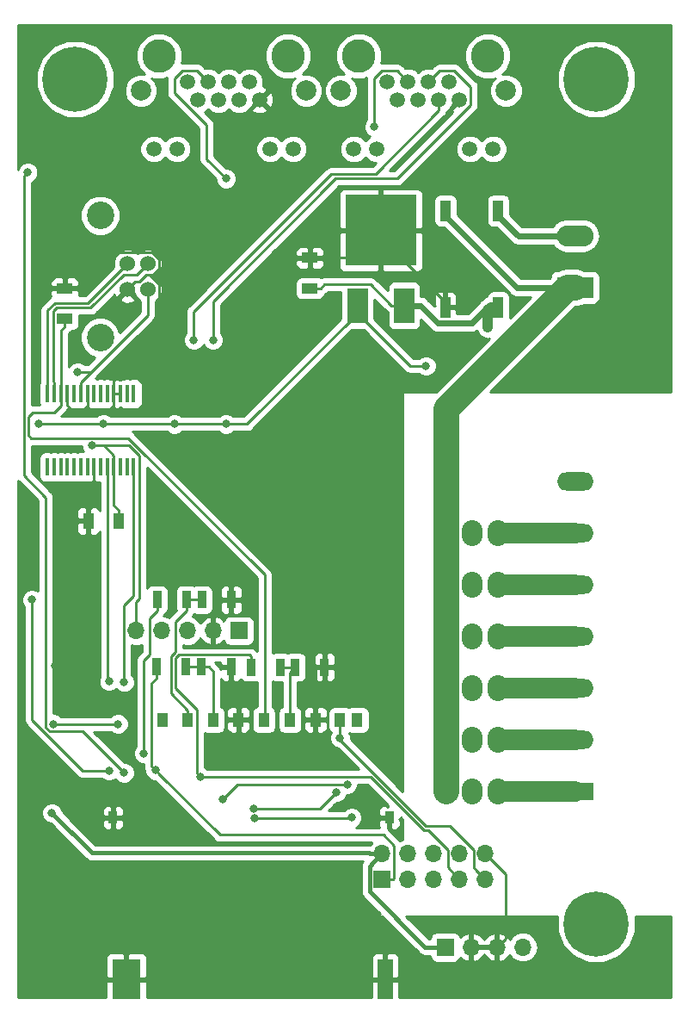
<source format=gbr>
G04 #@! TF.GenerationSoftware,KiCad,Pcbnew,(5.0.2)-1*
G04 #@! TF.CreationDate,2019-02-21T19:34:53+01:00*
G04 #@! TF.ProjectId,plyta_glowna,706c7974-615f-4676-9c6f-776e612e6b69,rev?*
G04 #@! TF.SameCoordinates,Original*
G04 #@! TF.FileFunction,Copper,L2,Bot*
G04 #@! TF.FilePolarity,Positive*
%FSLAX46Y46*%
G04 Gerber Fmt 4.6, Leading zero omitted, Abs format (unit mm)*
G04 Created by KiCad (PCBNEW (5.0.2)-1) date 2019-02-21 19:34:53*
%MOMM*%
%LPD*%
G01*
G04 APERTURE LIST*
G04 #@! TA.AperFunction,SMDPad,CuDef*
%ADD10R,1.100000X1.400000*%
G04 #@! TD*
G04 #@! TA.AperFunction,SMDPad,CuDef*
%ADD11R,2.800000X4.000000*%
G04 #@! TD*
G04 #@! TA.AperFunction,SMDPad,CuDef*
%ADD12R,1.500000X4.000000*%
G04 #@! TD*
G04 #@! TA.AperFunction,SMDPad,CuDef*
%ADD13R,0.900000X1.200000*%
G04 #@! TD*
G04 #@! TA.AperFunction,ComponentPad*
%ADD14C,6.400000*%
G04 #@! TD*
G04 #@! TA.AperFunction,ComponentPad*
%ADD15C,0.800000*%
G04 #@! TD*
G04 #@! TA.AperFunction,SMDPad,CuDef*
%ADD16R,1.600000X1.000000*%
G04 #@! TD*
G04 #@! TA.AperFunction,SMDPad,CuDef*
%ADD17R,1.000000X1.600000*%
G04 #@! TD*
G04 #@! TA.AperFunction,SMDPad,CuDef*
%ADD18R,1.000000X2.000000*%
G04 #@! TD*
G04 #@! TA.AperFunction,ComponentPad*
%ADD19C,1.524000*%
G04 #@! TD*
G04 #@! TA.AperFunction,ComponentPad*
%ADD20C,2.700020*%
G04 #@! TD*
G04 #@! TA.AperFunction,ComponentPad*
%ADD21C,2.000000*%
G04 #@! TD*
G04 #@! TA.AperFunction,ComponentPad*
%ADD22C,3.300000*%
G04 #@! TD*
G04 #@! TA.AperFunction,ComponentPad*
%ADD23C,1.501140*%
G04 #@! TD*
G04 #@! TA.AperFunction,ComponentPad*
%ADD24O,1.700000X1.700000*%
G04 #@! TD*
G04 #@! TA.AperFunction,ComponentPad*
%ADD25R,1.700000X1.700000*%
G04 #@! TD*
G04 #@! TA.AperFunction,ComponentPad*
%ADD26O,3.600000X1.800000*%
G04 #@! TD*
G04 #@! TA.AperFunction,ComponentPad*
%ADD27R,3.600000X1.800000*%
G04 #@! TD*
G04 #@! TA.AperFunction,ComponentPad*
%ADD28O,3.600000X2.080000*%
G04 #@! TD*
G04 #@! TA.AperFunction,ComponentPad*
%ADD29R,3.600000X2.080000*%
G04 #@! TD*
G04 #@! TA.AperFunction,ComponentPad*
%ADD30O,2.032000X2.540000*%
G04 #@! TD*
G04 #@! TA.AperFunction,SMDPad,CuDef*
%ADD31R,7.000000X7.000000*%
G04 #@! TD*
G04 #@! TA.AperFunction,SMDPad,CuDef*
%ADD32R,2.000000X3.500000*%
G04 #@! TD*
G04 #@! TA.AperFunction,SMDPad,CuDef*
%ADD33R,0.450000X1.750000*%
G04 #@! TD*
G04 #@! TA.AperFunction,SMDPad,CuDef*
%ADD34R,0.900000X1.700000*%
G04 #@! TD*
G04 #@! TA.AperFunction,ViaPad*
%ADD35C,0.800000*%
G04 #@! TD*
G04 #@! TA.AperFunction,Conductor*
%ADD36C,0.250000*%
G04 #@! TD*
G04 #@! TA.AperFunction,Conductor*
%ADD37C,0.400000*%
G04 #@! TD*
G04 #@! TA.AperFunction,Conductor*
%ADD38C,0.600000*%
G04 #@! TD*
G04 #@! TA.AperFunction,Conductor*
%ADD39C,2.000000*%
G04 #@! TD*
G04 #@! TA.AperFunction,Conductor*
%ADD40C,2.500000*%
G04 #@! TD*
G04 #@! TA.AperFunction,Conductor*
%ADD41C,1.000000*%
G04 #@! TD*
G04 #@! TA.AperFunction,Conductor*
%ADD42C,0.254000*%
G04 #@! TD*
G04 APERTURE END LIST*
D10*
G04 #@! TO.P,J4,1*
G04 #@! TO.N,Net-(10k1-Pad1)*
X116748000Y-117602000D03*
G04 #@! TO.P,J4,2*
G04 #@! TO.N,Net-(10k2-Pad1)*
X119248000Y-117602000D03*
G04 #@! TO.P,J4,3*
G04 #@! TO.N,GND*
X121748000Y-117602000D03*
G04 #@! TO.P,J4,4*
G04 #@! TO.N,+3V3*
X124248000Y-117602000D03*
G04 #@! TO.P,J4,5*
G04 #@! TO.N,Net-(10k3-Pad1)*
X126818000Y-117602000D03*
G04 #@! TO.P,J4,6*
G04 #@! TO.N,GND*
X129318000Y-117602000D03*
G04 #@! TO.P,J4,7*
G04 #@! TO.N,MISO*
X131748000Y-117602000D03*
G04 #@! TO.P,J4,8*
G04 #@! TO.N,N/C*
X133448000Y-117602000D03*
G04 #@! TO.P,J4,9*
X114248000Y-117602000D03*
D11*
G04 #@! TO.P,J4,12*
G04 #@! TO.N,GND*
X110698000Y-143102000D03*
D12*
G04 #@! TO.P,J4,13*
X136198000Y-143102000D03*
D13*
X136598000Y-127202000D03*
X109398000Y-127202000D03*
G04 #@! TD*
D14*
G04 #@! TO.P,REF\002A\002A,1*
G04 #@! TO.N,N/C*
X156972000Y-137668000D03*
D15*
X159372000Y-137668000D03*
X158669056Y-139365056D03*
X156972000Y-140068000D03*
X155274944Y-139365056D03*
X154572000Y-137668000D03*
X155274944Y-135970944D03*
X156972000Y-135268000D03*
X158669056Y-135970944D03*
G04 #@! TD*
G04 #@! TO.P,REF\002A\002A,1*
G04 #@! TO.N,N/C*
X158669056Y-52912944D03*
X156972000Y-52210000D03*
X155274944Y-52912944D03*
X154572000Y-54610000D03*
X155274944Y-56307056D03*
X156972000Y-57010000D03*
X158669056Y-56307056D03*
X159372000Y-54610000D03*
D14*
X156972000Y-54610000D03*
G04 #@! TD*
D16*
G04 #@! TO.P,C2,2*
G04 #@! TO.N,+12P*
X128778000Y-75184000D03*
G04 #@! TO.P,C2,1*
G04 #@! TO.N,GND*
X128778000Y-72184000D03*
G04 #@! TD*
D17*
G04 #@! TO.P,C5,2*
G04 #@! TO.N,+5V*
X109958000Y-98044000D03*
G04 #@! TO.P,C5,1*
G04 #@! TO.N,GND*
X106958000Y-98044000D03*
G04 #@! TD*
D16*
G04 #@! TO.P,C6,1*
G04 #@! TO.N,+3V3*
X104648000Y-78184000D03*
G04 #@! TO.P,C6,2*
G04 #@! TO.N,GND*
X104648000Y-75184000D03*
G04 #@! TD*
D18*
G04 #@! TO.P,D2,1*
G04 #@! TO.N,+12P*
X147323320Y-77050240D03*
G04 #@! TO.P,D2,2*
G04 #@! TO.N,GND*
X142123320Y-77050240D03*
G04 #@! TO.P,D2,4*
G04 #@! TO.N,+12V*
X147323320Y-67550240D03*
G04 #@! TO.P,D2,3*
G04 #@! TO.N,GNDA*
X142123320Y-67550240D03*
G04 #@! TD*
D19*
G04 #@! TO.P,J1,2*
G04 #@! TO.N,Net-(J1-Pad2)*
X112832680Y-72737760D03*
G04 #@! TO.P,J1,1*
G04 #@! TO.N,+5V*
X112832680Y-75277760D03*
G04 #@! TO.P,J1,4*
G04 #@! TO.N,GND*
X110833700Y-75277760D03*
G04 #@! TO.P,J1,3*
G04 #@! TO.N,Net-(J1-Pad3)*
X110833700Y-72737760D03*
D20*
G04 #@! TO.P,J1,5*
G04 #@! TO.N,Net-(J1-Pad5)*
X108133680Y-68008280D03*
X108133680Y-80007240D03*
G04 #@! TD*
D21*
G04 #@! TO.P,J2,*
G04 #@! TO.N,*
X131826000Y-55753000D03*
D22*
X146304000Y-52324000D03*
X133604000Y-52324000D03*
D23*
G04 #@! TO.P,J2,1*
G04 #@! TO.N,+12P*
X136398000Y-54864000D03*
G04 #@! TO.P,J2,7*
G04 #@! TO.N,N/C*
X142494000Y-54864000D03*
G04 #@! TO.P,J2,3*
G04 #@! TO.N,Net-(J2-Pad3)*
X138430000Y-54864000D03*
G04 #@! TO.P,J2,5*
G04 #@! TO.N,Net-(J2-Pad5)*
X140462000Y-54864000D03*
G04 #@! TO.P,J2,2*
G04 #@! TO.N,N/C*
X137414000Y-56642000D03*
G04 #@! TO.P,J2,4*
G04 #@! TO.N,Net-(J2-Pad4)*
X139446000Y-56642000D03*
G04 #@! TO.P,J2,6*
G04 #@! TO.N,Net-(J2-Pad6)*
X141478000Y-56642000D03*
G04 #@! TO.P,J2,8*
G04 #@! TO.N,GND*
X143510000Y-56642000D03*
G04 #@! TO.P,J2,12*
G04 #@! TO.N,N/C*
X146812000Y-61468000D03*
G04 #@! TO.P,J2,11*
X144526000Y-61468000D03*
G04 #@! TO.P,J2,10*
X135382000Y-61468000D03*
G04 #@! TO.P,J2,9*
X133096000Y-61468000D03*
D21*
G04 #@! TO.P,J2,*
G04 #@! TO.N,*
X148082000Y-55753000D03*
G04 #@! TD*
G04 #@! TO.P,J3,*
G04 #@! TO.N,*
X128397000Y-55753000D03*
D23*
G04 #@! TO.P,J3,9*
G04 #@! TO.N,N/C*
X113411000Y-61468000D03*
G04 #@! TO.P,J3,10*
X115697000Y-61468000D03*
G04 #@! TO.P,J3,11*
X124841000Y-61468000D03*
G04 #@! TO.P,J3,12*
X127127000Y-61468000D03*
G04 #@! TO.P,J3,8*
G04 #@! TO.N,GND*
X123825000Y-56642000D03*
G04 #@! TO.P,J3,6*
G04 #@! TO.N,Net-(J3-Pad6)*
X121793000Y-56642000D03*
G04 #@! TO.P,J3,4*
G04 #@! TO.N,Net-(J3-Pad4)*
X119761000Y-56642000D03*
G04 #@! TO.P,J3,2*
G04 #@! TO.N,N/C*
X117729000Y-56642000D03*
G04 #@! TO.P,J3,5*
G04 #@! TO.N,Net-(J3-Pad5)*
X120777000Y-54864000D03*
G04 #@! TO.P,J3,3*
G04 #@! TO.N,Net-(J3-Pad3)*
X118745000Y-54864000D03*
G04 #@! TO.P,J3,7*
G04 #@! TO.N,N/C*
X122809000Y-54864000D03*
G04 #@! TO.P,J3,1*
G04 #@! TO.N,+12P*
X116713000Y-54864000D03*
D22*
G04 #@! TO.P,J3,*
G04 #@! TO.N,*
X113919000Y-52324000D03*
X126619000Y-52324000D03*
D21*
X112141000Y-55753000D03*
G04 #@! TD*
D24*
G04 #@! TO.P,P1,10*
G04 #@! TO.N,GND*
X146060000Y-130760000D03*
G04 #@! TO.P,P1,9*
G04 #@! TO.N,MISO*
X146060000Y-133300000D03*
G04 #@! TO.P,P1,8*
G04 #@! TO.N,GND*
X143520000Y-130760000D03*
G04 #@! TO.P,P1,7*
G04 #@! TO.N,SCK*
X143520000Y-133300000D03*
G04 #@! TO.P,P1,6*
G04 #@! TO.N,GND*
X140980000Y-130760000D03*
G04 #@! TO.P,P1,5*
G04 #@! TO.N,RST*
X140980000Y-133300000D03*
G04 #@! TO.P,P1,4*
G04 #@! TO.N,GND*
X138440000Y-130760000D03*
G04 #@! TO.P,P1,3*
X138440000Y-133300000D03*
G04 #@! TO.P,P1,2*
G04 #@! TO.N,+5V*
X135900000Y-130760000D03*
D25*
G04 #@! TO.P,P1,1*
G04 #@! TO.N,MOSI*
X135900000Y-133300000D03*
G04 #@! TD*
D26*
G04 #@! TO.P,P2,7*
G04 #@! TO.N,+12V*
X154883320Y-94140240D03*
G04 #@! TO.P,P2,6*
G04 #@! TO.N,/mosfet_LED6*
X154883320Y-99220240D03*
G04 #@! TO.P,P2,5*
G04 #@! TO.N,/mosfet_LED5*
X154883320Y-104300240D03*
G04 #@! TO.P,P2,4*
G04 #@! TO.N,/mosfet_LED4*
X154883320Y-109380240D03*
G04 #@! TO.P,P2,3*
G04 #@! TO.N,/mosfet_LED3*
X154883320Y-114460240D03*
G04 #@! TO.P,P2,2*
G04 #@! TO.N,/mosfet_LED2*
X154883320Y-119540240D03*
D27*
G04 #@! TO.P,P2,1*
G04 #@! TO.N,/mosfet_LED1*
X154883320Y-124620240D03*
G04 #@! TD*
D28*
G04 #@! TO.P,Power1,2*
G04 #@! TO.N,+12V*
X154883320Y-70010240D03*
D29*
G04 #@! TO.P,Power1,1*
G04 #@! TO.N,GNDA*
X154883320Y-75090240D03*
G04 #@! TD*
D30*
G04 #@! TO.P,Q1,1*
G04 #@! TO.N,/mosfet_LED1*
X147263320Y-124620240D03*
G04 #@! TO.P,Q1,3*
G04 #@! TO.N,GNDA*
X142183320Y-124620240D03*
G04 #@! TO.P,Q1,2*
G04 #@! TO.N,Net-(Q1-Pad2)*
X144723320Y-124620240D03*
G04 #@! TD*
G04 #@! TO.P,Q2,2*
G04 #@! TO.N,Net-(Q2-Pad2)*
X144723320Y-119540240D03*
G04 #@! TO.P,Q2,3*
G04 #@! TO.N,GNDA*
X142183320Y-119540240D03*
G04 #@! TO.P,Q2,1*
G04 #@! TO.N,/mosfet_LED2*
X147263320Y-119540240D03*
G04 #@! TD*
G04 #@! TO.P,Q3,2*
G04 #@! TO.N,Net-(Q3-Pad2)*
X144723320Y-114460240D03*
G04 #@! TO.P,Q3,3*
G04 #@! TO.N,GNDA*
X142183320Y-114460240D03*
G04 #@! TO.P,Q3,1*
G04 #@! TO.N,/mosfet_LED3*
X147263320Y-114460240D03*
G04 #@! TD*
G04 #@! TO.P,Q4,2*
G04 #@! TO.N,Net-(Q4-Pad2)*
X144723320Y-109380240D03*
G04 #@! TO.P,Q4,3*
G04 #@! TO.N,GNDA*
X142183320Y-109380240D03*
G04 #@! TO.P,Q4,1*
G04 #@! TO.N,/mosfet_LED4*
X147263320Y-109380240D03*
G04 #@! TD*
G04 #@! TO.P,Q5,1*
G04 #@! TO.N,/mosfet_LED5*
X147263320Y-104300240D03*
G04 #@! TO.P,Q5,3*
G04 #@! TO.N,GNDA*
X142183320Y-104300240D03*
G04 #@! TO.P,Q5,2*
G04 #@! TO.N,Net-(Q5-Pad2)*
X144723320Y-104300240D03*
G04 #@! TD*
G04 #@! TO.P,Q6,1*
G04 #@! TO.N,/mosfet_LED6*
X147263320Y-99220240D03*
G04 #@! TO.P,Q6,3*
G04 #@! TO.N,GNDA*
X142183320Y-99220240D03*
G04 #@! TO.P,Q6,2*
G04 #@! TO.N,Net-(Q6-Pad2)*
X144723320Y-99220240D03*
G04 #@! TD*
D31*
G04 #@! TO.P,U1,2*
G04 #@! TO.N,GND*
X135763000Y-69469000D03*
D32*
G04 #@! TO.P,U1,3*
G04 #@! TO.N,+5V*
X133483000Y-76869000D03*
G04 #@! TO.P,U1,1*
G04 #@! TO.N,+12P*
X138063000Y-76869000D03*
G04 #@! TD*
D33*
G04 #@! TO.P,U3,28*
G04 #@! TO.N,N/C*
X111413000Y-85554000D03*
G04 #@! TO.P,U3,27*
X110763000Y-85554000D03*
G04 #@! TO.P,U3,26*
G04 #@! TO.N,GND*
X110113000Y-85554000D03*
G04 #@! TO.P,U3,25*
X109463000Y-85554000D03*
G04 #@! TO.P,U3,24*
G04 #@! TO.N,N/C*
X108813000Y-85554000D03*
G04 #@! TO.P,U3,23*
X108163000Y-85554000D03*
G04 #@! TO.P,U3,22*
X107513000Y-85554000D03*
G04 #@! TO.P,U3,21*
G04 #@! TO.N,GND*
X106863000Y-85554000D03*
G04 #@! TO.P,U3,20*
G04 #@! TO.N,+5V*
X106213000Y-85554000D03*
G04 #@! TO.P,U3,19*
G04 #@! TO.N,N/C*
X105563000Y-85554000D03*
G04 #@! TO.P,U3,18*
G04 #@! TO.N,GND*
X104913000Y-85554000D03*
G04 #@! TO.P,U3,17*
G04 #@! TO.N,+3V3*
X104263000Y-85554000D03*
G04 #@! TO.P,U3,16*
G04 #@! TO.N,Net-(J1-Pad2)*
X103613000Y-85554000D03*
G04 #@! TO.P,U3,15*
G04 #@! TO.N,Net-(J1-Pad3)*
X102963000Y-85554000D03*
G04 #@! TO.P,U3,14*
G04 #@! TO.N,N/C*
X102963000Y-92754000D03*
G04 #@! TO.P,U3,13*
X103613000Y-92754000D03*
G04 #@! TO.P,U3,12*
X104263000Y-92754000D03*
G04 #@! TO.P,U3,11*
X104913000Y-92754000D03*
G04 #@! TO.P,U3,10*
X105563000Y-92754000D03*
G04 #@! TO.P,U3,9*
X106213000Y-92754000D03*
G04 #@! TO.P,U3,8*
X106863000Y-92754000D03*
G04 #@! TO.P,U3,7*
G04 #@! TO.N,GND*
X107513000Y-92754000D03*
G04 #@! TO.P,U3,6*
G04 #@! TO.N,N/C*
X108163000Y-92754000D03*
G04 #@! TO.P,U3,5*
G04 #@! TO.N,RXD*
X108813000Y-92754000D03*
G04 #@! TO.P,U3,4*
G04 #@! TO.N,+5V*
X109463000Y-92754000D03*
G04 #@! TO.P,U3,3*
G04 #@! TO.N,N/C*
X110113000Y-92754000D03*
G04 #@! TO.P,U3,2*
X110763000Y-92754000D03*
G04 #@! TO.P,U3,1*
G04 #@! TO.N,TXD*
X111413000Y-92754000D03*
G04 #@! TD*
D24*
G04 #@! TO.P,+5  SDA SCL GND  O_PWR,4*
G04 #@! TO.N,/SDA*
X114173000Y-108839000D03*
G04 #@! TO.P,+5  SDA SCL GND  O_PWR,3*
G04 #@! TO.N,/SCL*
X116713000Y-108839000D03*
G04 #@! TO.P,+5  SDA SCL GND  O_PWR,2*
G04 #@! TO.N,GND*
X119253000Y-108839000D03*
D25*
G04 #@! TO.P,+5  SDA SCL GND  O_PWR,1*
G04 #@! TO.N,/OLED_PWR*
X121793000Y-108839000D03*
G04 #@! TD*
D24*
G04 #@! TO.P,P3,4*
G04 #@! TO.N,+12P*
X149733000Y-139954000D03*
G04 #@! TO.P,P3,3*
G04 #@! TO.N,GND*
X147193000Y-139954000D03*
G04 #@! TO.P,P3,2*
X144653000Y-139954000D03*
D25*
G04 #@! TO.P,P3,1*
G04 #@! TO.N,+5V*
X142113000Y-139954000D03*
G04 #@! TD*
D24*
G04 #@! TO.P,P4,5*
G04 #@! TO.N,+5V*
X111633000Y-108839000D03*
G04 #@! TO.P,P4,4*
G04 #@! TO.N,/SDA*
X114173000Y-108839000D03*
G04 #@! TO.P,P4,3*
G04 #@! TO.N,/SCL*
X116713000Y-108839000D03*
G04 #@! TO.P,P4,2*
G04 #@! TO.N,GND*
X119253000Y-108839000D03*
D25*
G04 #@! TO.P,P4,1*
G04 #@! TO.N,/OLED_PWR*
X121793000Y-108839000D03*
G04 #@! TD*
D14*
G04 #@! TO.P,REF\002A\002A,1*
G04 #@! TO.N,N/C*
X105664000Y-54610000D03*
D15*
X108064000Y-54610000D03*
X107361056Y-56307056D03*
X105664000Y-57010000D03*
X103966944Y-56307056D03*
X103264000Y-54610000D03*
X103966944Y-52912944D03*
X105664000Y-52210000D03*
X107361056Y-52912944D03*
G04 #@! TD*
D34*
G04 #@! TO.P,10k1,1*
G04 #@! TO.N,Net-(10k1-Pad1)*
X118131000Y-105791000D03*
G04 #@! TO.P,10k1,2*
G04 #@! TO.N,GND*
X121031000Y-105791000D03*
G04 #@! TD*
G04 #@! TO.P,10k2,1*
G04 #@! TO.N,Net-(10k2-Pad1)*
X118110000Y-112395000D03*
G04 #@! TO.P,10k2,2*
G04 #@! TO.N,GND*
X121010000Y-112395000D03*
G04 #@! TD*
G04 #@! TO.P,10k3,1*
G04 #@! TO.N,Net-(10k3-Pad1)*
X127328000Y-112415994D03*
G04 #@! TO.P,10k3,2*
G04 #@! TO.N,GND*
X130228000Y-112415994D03*
G04 #@! TD*
G04 #@! TO.P,5k1,2*
G04 #@! TO.N,Net-(10k3-Pad1)*
X125857000Y-112415994D03*
G04 #@! TO.P,5k1,1*
G04 #@! TO.N,SCK*
X122957000Y-112415994D03*
G04 #@! TD*
G04 #@! TO.P,5k2,2*
G04 #@! TO.N,Net-(10k1-Pad1)*
X116639000Y-105791000D03*
G04 #@! TO.P,5k2,1*
G04 #@! TO.N,SS*
X113739000Y-105791000D03*
G04 #@! TD*
G04 #@! TO.P,5k3,2*
G04 #@! TO.N,Net-(10k2-Pad1)*
X116586000Y-112395000D03*
G04 #@! TO.P,5k3,1*
G04 #@! TO.N,MOSI*
X113686000Y-112395000D03*
G04 #@! TD*
D35*
G04 #@! TO.N,GND*
X135763000Y-66929000D03*
X138303000Y-69469000D03*
X133223000Y-66929000D03*
X138303000Y-66929000D03*
X138303000Y-71374000D03*
X135763000Y-71374000D03*
X135763000Y-69469000D03*
X133223000Y-71374000D03*
X127600000Y-120800000D03*
X131400000Y-126200000D03*
X108700000Y-132100000D03*
X103700000Y-112300000D03*
G04 #@! TO.N,+5V*
X140208000Y-82804000D03*
X115443000Y-88519000D03*
X120523000Y-88519000D03*
X108458000Y-88519000D03*
X105918000Y-83439000D03*
X103378000Y-126746000D03*
X102108000Y-88519000D03*
X107313021Y-90641010D03*
G04 #@! TO.N,RST*
X109900000Y-118000000D03*
X103500000Y-118000000D03*
G04 #@! TO.N,Net-(J2-Pad3)*
X135128000Y-59309000D03*
G04 #@! TO.N,Net-(J2-Pad5)*
X119253000Y-80264000D03*
G04 #@! TO.N,Net-(J2-Pad6)*
X117348000Y-80264000D03*
G04 #@! TO.N,Net-(J3-Pad3)*
X120523000Y-64389000D03*
G04 #@! TO.N,MISO*
X131748000Y-119380000D03*
G04 #@! TO.N,SCK*
X118000000Y-123200000D03*
G04 #@! TO.N,MOSI*
X113558010Y-122555000D03*
G04 #@! TO.N,/LED1*
X131400000Y-124700000D03*
X123217649Y-126303384D03*
G04 #@! TO.N,/LED2*
X120192328Y-125369002D03*
X132447988Y-123925010D03*
G04 #@! TO.N,/LED3*
X123300000Y-127300000D03*
X132900000Y-127200000D03*
G04 #@! TO.N,/start_lewa*
X109000000Y-122600000D03*
X101400000Y-105800000D03*
G04 #@! TO.N,RXD*
X109000000Y-113800000D03*
G04 #@! TO.N,TXD*
X110500000Y-113900000D03*
G04 #@! TO.N,+12P*
X146304000Y-78994000D03*
G04 #@! TO.N,SS*
X112400000Y-120900000D03*
G04 #@! TO.N,Net-(D3-Pad2)*
X110490000Y-122809000D03*
X101000000Y-63800000D03*
G04 #@! TD*
D36*
G04 #@! TO.N,GND*
X106863000Y-86679000D02*
X106293000Y-87249000D01*
X106863000Y-85554000D02*
X106863000Y-86679000D01*
X104913000Y-86679000D02*
X104913000Y-85554000D01*
X105483000Y-87249000D02*
X104913000Y-86679000D01*
X106293000Y-87249000D02*
X105483000Y-87249000D01*
X110113000Y-85554000D02*
X109463000Y-85554000D01*
X109463000Y-86679000D02*
X108893000Y-87249000D01*
X109463000Y-85554000D02*
X109463000Y-86679000D01*
X108893000Y-87249000D02*
X106293000Y-87249000D01*
X135763000Y-70189920D02*
X135763000Y-69469000D01*
X142123320Y-76550240D02*
X135763000Y-70189920D01*
X142123320Y-77050240D02*
X142123320Y-76550240D01*
X133048000Y-72184000D02*
X133223000Y-71374000D01*
X128778000Y-72184000D02*
X133048000Y-72184000D01*
X107513000Y-96439000D02*
X107513000Y-92754000D01*
X106958000Y-96994000D02*
X107513000Y-96439000D01*
X106958000Y-98044000D02*
X106958000Y-96994000D01*
X105698000Y-75184000D02*
X104648000Y-75184000D01*
X109231241Y-71650759D02*
X105698000Y-75184000D01*
X133858000Y-71374000D02*
X135763000Y-69469000D01*
X133223000Y-71374000D02*
X133858000Y-71374000D01*
X109463000Y-83069000D02*
X109463000Y-85554000D01*
X113919681Y-78612319D02*
X109463000Y-83069000D01*
X110833700Y-75277760D02*
X111595699Y-74515761D01*
X111595699Y-74515761D02*
X111985917Y-74515761D01*
X111985917Y-74515761D02*
X112676917Y-73824761D01*
X112676917Y-73824761D02*
X112988443Y-73824761D01*
X112988443Y-73824761D02*
X113919681Y-74755999D01*
X113919681Y-74755999D02*
X113919681Y-78612319D01*
X113919681Y-72286440D02*
X113284000Y-71650759D01*
X113919681Y-73259521D02*
X113919681Y-72286440D01*
X113354441Y-73824761D02*
X113919681Y-73259521D01*
X112988443Y-73824761D02*
X113354441Y-73824761D01*
X113354441Y-71650759D02*
X113284000Y-71650759D01*
X113284000Y-71650759D02*
X109231241Y-71650759D01*
X129528000Y-112415994D02*
X130228000Y-112415994D01*
X129323000Y-112620994D02*
X129528000Y-112415994D01*
X129323000Y-117602000D02*
X129323000Y-112620994D01*
X146909999Y-131609999D02*
X146060000Y-130760000D01*
X148042999Y-132742999D02*
X146909999Y-131609999D01*
X148042999Y-139104001D02*
X148042999Y-132742999D01*
X147193000Y-139954000D02*
X148042999Y-139104001D01*
G04 #@! TO.N,+5V*
X109463000Y-96499000D02*
X109463000Y-92754000D01*
X109958000Y-96994000D02*
X109463000Y-96499000D01*
X109958000Y-98044000D02*
X109958000Y-96994000D01*
X112832680Y-77809320D02*
X112832680Y-75277760D01*
X106213000Y-85554000D02*
X106213000Y-84429000D01*
X138668000Y-82804000D02*
X140208000Y-82804000D01*
X133483000Y-77619000D02*
X138668000Y-82804000D01*
X115443000Y-88519000D02*
X120523000Y-88519000D01*
X115443000Y-88519000D02*
X108458000Y-88519000D01*
X133483000Y-77619000D02*
X133483000Y-76869000D01*
X122583000Y-88519000D02*
X133483000Y-77619000D01*
X120523000Y-88519000D02*
X122583000Y-88519000D01*
X107173000Y-83439000D02*
X107188000Y-83454000D01*
X105918000Y-83439000D02*
X107173000Y-83439000D01*
X106213000Y-84429000D02*
X107188000Y-83454000D01*
X107188000Y-83454000D02*
X112832680Y-77809320D01*
X102108000Y-88519000D02*
X108458000Y-88519000D01*
X108475010Y-90641010D02*
X107313021Y-90641010D01*
X109463000Y-91629000D02*
X108475010Y-90641010D01*
X109463000Y-92754000D02*
X109463000Y-91629000D01*
X110985012Y-90641010D02*
X108475010Y-90641010D01*
X111963001Y-91618999D02*
X110985012Y-90641010D01*
X111963001Y-105681997D02*
X111963001Y-91618999D01*
X111633000Y-106011998D02*
X111963001Y-105681997D01*
X111633000Y-108839000D02*
X111633000Y-106011998D01*
D37*
X107315000Y-130683000D02*
X103378000Y-126746000D01*
D36*
X133577000Y-130760000D02*
X135900000Y-130760000D01*
X133500000Y-130683000D02*
X133577000Y-130760000D01*
D37*
X135050001Y-131609999D02*
X135900000Y-130760000D01*
X134649999Y-132010001D02*
X135050001Y-131609999D01*
X134649999Y-134470001D02*
X134649999Y-132010001D01*
X140133998Y-139954000D02*
X134649999Y-134470001D01*
X142113000Y-139954000D02*
X140133998Y-139954000D01*
X134620919Y-130683000D02*
X132900000Y-130683000D01*
X134697919Y-130760000D02*
X134620919Y-130683000D01*
X135900000Y-130760000D02*
X134697919Y-130760000D01*
X133500000Y-130683000D02*
X132900000Y-130683000D01*
X132900000Y-130683000D02*
X107315000Y-130683000D01*
D36*
G04 #@! TO.N,RST*
X109900000Y-118000000D02*
X103500000Y-118000000D01*
X140208000Y-133223000D02*
X141308000Y-133223000D01*
D38*
G04 #@! TO.N,+12V*
X147323320Y-68050240D02*
X147323320Y-67550240D01*
X149283320Y-70010240D02*
X147323320Y-68050240D01*
X154883320Y-70010240D02*
X149283320Y-70010240D01*
D36*
G04 #@! TO.N,Net-(J1-Pad2)*
X103522999Y-77423999D02*
X103857998Y-77089000D01*
X103522999Y-84338999D02*
X103522999Y-77423999D01*
X103613000Y-84429000D02*
X103522999Y-84338999D01*
X103613000Y-85554000D02*
X103613000Y-84429000D01*
X103857998Y-77089000D02*
X107188000Y-77089000D01*
X110452239Y-73824761D02*
X111745679Y-73824761D01*
X107188000Y-77089000D02*
X110452239Y-73824761D01*
X111745679Y-73824761D02*
X112832680Y-72737760D01*
G04 #@! TO.N,Net-(J1-Pad3)*
X102963000Y-77347587D02*
X102963000Y-85554000D01*
X103671598Y-76638989D02*
X102963000Y-77347587D01*
X106932471Y-76638989D02*
X103671598Y-76638989D01*
X110833700Y-72737760D02*
X106932471Y-76638989D01*
G04 #@! TO.N,Net-(J2-Pad3)*
X137354429Y-53788429D02*
X138430000Y-54864000D01*
X135881725Y-53788429D02*
X137354429Y-53788429D01*
X135128000Y-54542154D02*
X135881725Y-53788429D01*
X135128000Y-59309000D02*
X135128000Y-54542154D01*
G04 #@! TO.N,Net-(J2-Pad5)*
X144585571Y-57158275D02*
X137354846Y-64389000D01*
X144585571Y-55363725D02*
X144585571Y-57158275D01*
X143010275Y-53788429D02*
X144585571Y-55363725D01*
X141537571Y-53788429D02*
X143010275Y-53788429D01*
X140462000Y-54864000D02*
X141537571Y-53788429D01*
X137354846Y-64389000D02*
X131318000Y-64389000D01*
X131318000Y-64389000D02*
X119253000Y-76454000D01*
X119253000Y-76454000D02*
X119253000Y-80264000D01*
G04 #@! TO.N,Net-(J2-Pad6)*
X141478000Y-57703466D02*
X141478000Y-56642000D01*
X135242477Y-63938989D02*
X141478000Y-57703466D01*
X130879011Y-63938989D02*
X131318000Y-63938989D01*
X117348000Y-77470000D02*
X130879011Y-63938989D01*
X117348000Y-80264000D02*
X117348000Y-77470000D01*
X135242477Y-63938989D02*
X131318000Y-63938989D01*
X131318000Y-63938989D02*
X131131600Y-63938989D01*
G04 #@! TO.N,Net-(J3-Pad3)*
X116196725Y-53788429D02*
X115443000Y-54542154D01*
X118745000Y-54864000D02*
X117669429Y-53788429D01*
X117669429Y-53788429D02*
X116196725Y-53788429D01*
X115443000Y-55947846D02*
X118618000Y-59122846D01*
X115443000Y-54542154D02*
X115443000Y-55947846D01*
X118618000Y-59122846D02*
X118618000Y-62484000D01*
X118618000Y-62484000D02*
X120523000Y-64389000D01*
G04 #@! TO.N,MISO*
X140208000Y-128016000D02*
X131748000Y-119556000D01*
X131748000Y-119556000D02*
X131748000Y-119380000D01*
X131748000Y-119380000D02*
X131748000Y-117602000D01*
X144884999Y-132124999D02*
X145210001Y-132450001D01*
X144884999Y-130385997D02*
X144884999Y-132124999D01*
X142515002Y-128016000D02*
X144884999Y-130385997D01*
X145210001Y-132450001D02*
X146060000Y-133300000D01*
X140800000Y-128016000D02*
X140208000Y-128016000D01*
X140800000Y-128016000D02*
X142515002Y-128016000D01*
G04 #@! TO.N,SCK*
X115875999Y-111219999D02*
X115570000Y-111525998D01*
X122861005Y-111219999D02*
X115875999Y-111219999D01*
X122957000Y-111315994D02*
X122861005Y-111219999D01*
X122957000Y-112415994D02*
X122957000Y-111315994D01*
X115570000Y-111525998D02*
X115570000Y-114513998D01*
X115570000Y-114513998D02*
X117648001Y-116591999D01*
X117648001Y-122848001D02*
X118000000Y-123200000D01*
X117648001Y-120200000D02*
X117648001Y-122848001D01*
X117648001Y-116591999D02*
X117648001Y-120200000D01*
X134755589Y-123200000D02*
X135000000Y-123444411D01*
X118000000Y-123200000D02*
X134755589Y-123200000D01*
X135000000Y-123444411D02*
X140021600Y-128466011D01*
X140425013Y-128466011D02*
X140021600Y-128466011D01*
X142344999Y-130385997D02*
X140425013Y-128466011D01*
X142344999Y-132124999D02*
X142344999Y-130385997D01*
X143520000Y-133300000D02*
X142344999Y-132124999D01*
G04 #@! TO.N,MOSI*
X113158011Y-114022989D02*
X113158011Y-122155001D01*
X113158011Y-122155001D02*
X113558010Y-122555000D01*
X113686000Y-113495000D02*
X113158011Y-114022989D01*
X113686000Y-112395000D02*
X113686000Y-113495000D01*
X119919032Y-128916022D02*
X113958009Y-122954999D01*
X113958009Y-122954999D02*
X113558010Y-122555000D01*
X137075001Y-129991023D02*
X136000000Y-128916022D01*
X137075001Y-133224999D02*
X137075001Y-129991023D01*
X137000000Y-133300000D02*
X137075001Y-133224999D01*
X135900000Y-133300000D02*
X137000000Y-133300000D01*
X136000000Y-128916022D02*
X119919032Y-128916022D01*
D39*
G04 #@! TO.N,/mosfet_LED6*
X147263320Y-99220240D02*
X154883320Y-99220240D01*
G04 #@! TO.N,/mosfet_LED5*
X147263320Y-104300240D02*
X154883320Y-104300240D01*
G04 #@! TO.N,/mosfet_LED4*
X147263320Y-109380240D02*
X154883320Y-109380240D01*
G04 #@! TO.N,/mosfet_LED3*
X147263320Y-114460240D02*
X154883320Y-114460240D01*
G04 #@! TO.N,/mosfet_LED2*
X147263320Y-119540240D02*
X154883320Y-119540240D01*
G04 #@! TO.N,/mosfet_LED1*
X147263320Y-124620240D02*
X154883320Y-124620240D01*
D36*
G04 #@! TO.N,/LED1*
X123783334Y-126303384D02*
X123217649Y-126303384D01*
X131400000Y-124700000D02*
X129796616Y-126303384D01*
X129796616Y-126303384D02*
X123783334Y-126303384D01*
G04 #@! TO.N,/LED2*
X131882303Y-123925010D02*
X132447988Y-123925010D01*
X121636320Y-123925010D02*
X131882303Y-123925010D01*
X120192328Y-125369002D02*
X121636320Y-123925010D01*
G04 #@! TO.N,/LED3*
X123300000Y-127300000D02*
X132800000Y-127300000D01*
X132800000Y-127300000D02*
X132900000Y-127200000D01*
G04 #@! TO.N,/start_lewa*
X106390585Y-122600000D02*
X101400000Y-117609415D01*
X101400000Y-117609415D02*
X101400000Y-106365685D01*
X101400000Y-106365685D02*
X101400000Y-105800000D01*
X109000000Y-122600000D02*
X106390585Y-122600000D01*
G04 #@! TO.N,RXD*
X108813000Y-113613000D02*
X109000000Y-113800000D01*
X108813000Y-92754000D02*
X108813000Y-113613000D01*
G04 #@! TO.N,TXD*
X110457999Y-106365001D02*
X111413000Y-105410000D01*
X111413000Y-92754000D02*
X111413000Y-105410000D01*
X110500000Y-111142001D02*
X110457999Y-111100000D01*
X110500000Y-113900000D02*
X110500000Y-111142001D01*
X110457999Y-111100000D02*
X110457999Y-106365001D01*
D38*
G04 #@! TO.N,GNDA*
X142123320Y-68050240D02*
X142123320Y-67550240D01*
X149163320Y-75090240D02*
X142123320Y-68050240D01*
X154883320Y-75090240D02*
X149163320Y-75090240D01*
D40*
X142183320Y-124620240D02*
X142183320Y-119540240D01*
X142183320Y-119540240D02*
X142183320Y-114460240D01*
X142183320Y-114460240D02*
X142183320Y-99220240D01*
X154123320Y-75090240D02*
X154883320Y-75090240D01*
X142183320Y-87030240D02*
X154123320Y-75090240D01*
X142183320Y-99220240D02*
X142183320Y-87030240D01*
D36*
G04 #@! TO.N,+12P*
X136813000Y-76869000D02*
X138063000Y-76869000D01*
X134737999Y-74793999D02*
X136813000Y-76869000D01*
X130218001Y-74793999D02*
X134737999Y-74793999D01*
X129828000Y-75184000D02*
X130218001Y-74793999D01*
X128778000Y-75184000D02*
X129828000Y-75184000D01*
D38*
X139663000Y-76869000D02*
X138063000Y-76869000D01*
X141344241Y-78550241D02*
X139663000Y-76869000D01*
X144723319Y-78550241D02*
X141344241Y-78550241D01*
X146223320Y-77050240D02*
X144723319Y-78550241D01*
X147323320Y-77050240D02*
X146223320Y-77050240D01*
D36*
X146573320Y-77050240D02*
X147323320Y-77050240D01*
D41*
X146304000Y-77319560D02*
X146573320Y-77050240D01*
X146304000Y-78994000D02*
X146304000Y-77319560D01*
D36*
G04 #@! TO.N,Net-(10k1-Pad1)*
X118131000Y-105791000D02*
X116639000Y-105791000D01*
X116639000Y-105791000D02*
X116639000Y-106891000D01*
X115537999Y-110921588D02*
X115119989Y-111339598D01*
X115537999Y-107992001D02*
X115537999Y-110921588D01*
X116639000Y-106891000D02*
X115537999Y-107992001D01*
X115119989Y-115023989D02*
X115119989Y-114808000D01*
X116748000Y-116652000D02*
X115119989Y-115023989D01*
X116748000Y-117602000D02*
X116748000Y-116652000D01*
X115119989Y-111339598D02*
X115119989Y-114808000D01*
X115119989Y-114808000D02*
X115119989Y-114898989D01*
G04 #@! TO.N,Net-(10k2-Pad1)*
X116586000Y-112395000D02*
X118110000Y-112395000D01*
X118810000Y-112395000D02*
X118110000Y-112395000D01*
X119248000Y-112833000D02*
X118810000Y-112395000D01*
X119248000Y-117602000D02*
X119248000Y-112833000D01*
G04 #@! TO.N,Net-(10k3-Pad1)*
X125857000Y-112415994D02*
X127328000Y-112415994D01*
X126818000Y-112925994D02*
X127328000Y-112415994D01*
X126818000Y-117602000D02*
X126818000Y-112925994D01*
G04 #@! TO.N,SS*
X113739000Y-106891000D02*
X113739000Y-105791000D01*
X112997999Y-107632001D02*
X113739000Y-106891000D01*
X112997999Y-111197999D02*
X112997999Y-107632001D01*
X112400000Y-111795998D02*
X112997999Y-111197999D01*
X112400000Y-120900000D02*
X112400000Y-111795998D01*
G04 #@! TO.N,+3V3*
X104263000Y-79319000D02*
X104263000Y-85554000D01*
X104648000Y-78934000D02*
X104263000Y-79319000D01*
X104648000Y-78184000D02*
X104648000Y-78934000D01*
X104263000Y-85554000D02*
X104263000Y-86679000D01*
X104263000Y-86679000D02*
X103566000Y-87376000D01*
X103566000Y-87376000D02*
X101473000Y-87376000D01*
X110896413Y-89916000D02*
X124323000Y-103342587D01*
X124323000Y-103342587D02*
X124323000Y-117602000D01*
X101346000Y-89916000D02*
X110896413Y-89916000D01*
X101050011Y-89620011D02*
X101346000Y-89916000D01*
X101050011Y-87798989D02*
X101050011Y-89620011D01*
X101473000Y-87376000D02*
X101050011Y-87798989D01*
G04 #@! TO.N,Net-(D3-Pad2)*
X110490000Y-122809000D02*
X106406002Y-118725002D01*
X106406002Y-118725002D02*
X103151998Y-118725002D01*
X103151998Y-118725002D02*
X102774998Y-118348002D01*
X102774998Y-118348002D02*
X102774998Y-95746000D01*
X100600000Y-93571002D02*
X100600000Y-90300000D01*
X102774998Y-95746000D02*
X100600000Y-93571002D01*
X100600000Y-90300000D02*
X100600000Y-85900000D01*
X100600000Y-85900000D02*
X100600000Y-64200000D01*
X100600000Y-64200000D02*
X101000000Y-63800000D01*
G04 #@! TD*
D42*
G04 #@! TO.N,GND*
G36*
X106278021Y-90846884D02*
X106435590Y-91227290D01*
X106440322Y-91232022D01*
X106438000Y-91231560D01*
X105988000Y-91231560D01*
X105888000Y-91251451D01*
X105788000Y-91231560D01*
X105338000Y-91231560D01*
X105238000Y-91251451D01*
X105138000Y-91231560D01*
X104688000Y-91231560D01*
X104588000Y-91251451D01*
X104488000Y-91231560D01*
X104038000Y-91231560D01*
X103938000Y-91251451D01*
X103838000Y-91231560D01*
X103388000Y-91231560D01*
X103288000Y-91251451D01*
X103188000Y-91231560D01*
X102738000Y-91231560D01*
X102490235Y-91280843D01*
X102280191Y-91421191D01*
X102139843Y-91631235D01*
X102090560Y-91879000D01*
X102090560Y-93629000D01*
X102139843Y-93876765D01*
X102280191Y-94086809D01*
X102490235Y-94227157D01*
X102738000Y-94276440D01*
X103188000Y-94276440D01*
X103288000Y-94256549D01*
X103388000Y-94276440D01*
X103838000Y-94276440D01*
X103938000Y-94256549D01*
X104038000Y-94276440D01*
X104488000Y-94276440D01*
X104588000Y-94256549D01*
X104688000Y-94276440D01*
X105138000Y-94276440D01*
X105238000Y-94256549D01*
X105338000Y-94276440D01*
X105788000Y-94276440D01*
X105888000Y-94256549D01*
X105988000Y-94276440D01*
X106438000Y-94276440D01*
X106538000Y-94256549D01*
X106638000Y-94276440D01*
X107088000Y-94276440D01*
X107158073Y-94262502D01*
X107161690Y-94264000D01*
X107241750Y-94264000D01*
X107264397Y-94241353D01*
X107335765Y-94227157D01*
X107513000Y-94108731D01*
X107690235Y-94227157D01*
X107761603Y-94241353D01*
X107784250Y-94264000D01*
X107864310Y-94264000D01*
X107867927Y-94262502D01*
X107938000Y-94276440D01*
X108053000Y-94276440D01*
X108053000Y-97021122D01*
X107996327Y-96884301D01*
X107817698Y-96705673D01*
X107584309Y-96609000D01*
X107243750Y-96609000D01*
X107085000Y-96767750D01*
X107085000Y-97917000D01*
X107105000Y-97917000D01*
X107105000Y-98171000D01*
X107085000Y-98171000D01*
X107085000Y-99320250D01*
X107243750Y-99479000D01*
X107584309Y-99479000D01*
X107817698Y-99382327D01*
X107996327Y-99203699D01*
X108053000Y-99066878D01*
X108053001Y-113381672D01*
X107965000Y-113594126D01*
X107965000Y-114005874D01*
X108122569Y-114386280D01*
X108413720Y-114677431D01*
X108794126Y-114835000D01*
X109205874Y-114835000D01*
X109586280Y-114677431D01*
X109700000Y-114563711D01*
X109913720Y-114777431D01*
X110294126Y-114935000D01*
X110705874Y-114935000D01*
X111086280Y-114777431D01*
X111377431Y-114486280D01*
X111535000Y-114105874D01*
X111535000Y-113694126D01*
X111377431Y-113313720D01*
X111260000Y-113196289D01*
X111260000Y-111216847D01*
X111274888Y-111142000D01*
X111260000Y-111067153D01*
X111260000Y-111067149D01*
X111217999Y-110855996D01*
X111217999Y-110270543D01*
X111486744Y-110324000D01*
X111779256Y-110324000D01*
X112212418Y-110237839D01*
X112237999Y-110220746D01*
X112237999Y-110883197D01*
X111915527Y-111205670D01*
X111852072Y-111248069D01*
X111809672Y-111311525D01*
X111809671Y-111311526D01*
X111684097Y-111499461D01*
X111625112Y-111795998D01*
X111640001Y-111870850D01*
X111640000Y-120196289D01*
X111522569Y-120313720D01*
X111365000Y-120694126D01*
X111365000Y-121105874D01*
X111522569Y-121486280D01*
X111813720Y-121777431D01*
X112194126Y-121935000D01*
X112398012Y-121935000D01*
X112398012Y-122080149D01*
X112383123Y-122155001D01*
X112442108Y-122451538D01*
X112523010Y-122572617D01*
X112523010Y-122760874D01*
X112680579Y-123141280D01*
X112971730Y-123432431D01*
X113352136Y-123590000D01*
X113518209Y-123590000D01*
X119328702Y-129400494D01*
X119371103Y-129463951D01*
X119622495Y-129631926D01*
X119844180Y-129676022D01*
X119844184Y-129676022D01*
X119919032Y-129690910D01*
X119993880Y-129676022D01*
X134849359Y-129676022D01*
X134829375Y-129689375D01*
X134721012Y-129851552D01*
X134703156Y-129848000D01*
X134703152Y-129848000D01*
X134620919Y-129831643D01*
X134538686Y-129848000D01*
X107660868Y-129848000D01*
X105300618Y-127487750D01*
X108313000Y-127487750D01*
X108313000Y-127928310D01*
X108409673Y-128161699D01*
X108588302Y-128340327D01*
X108821691Y-128437000D01*
X109112250Y-128437000D01*
X109271000Y-128278250D01*
X109271000Y-127329000D01*
X109525000Y-127329000D01*
X109525000Y-128278250D01*
X109683750Y-128437000D01*
X109974309Y-128437000D01*
X110207698Y-128340327D01*
X110386327Y-128161699D01*
X110483000Y-127928310D01*
X110483000Y-127487750D01*
X110324250Y-127329000D01*
X109525000Y-127329000D01*
X109271000Y-127329000D01*
X108471750Y-127329000D01*
X108313000Y-127487750D01*
X105300618Y-127487750D01*
X104413000Y-126600133D01*
X104413000Y-126540126D01*
X104386310Y-126475690D01*
X108313000Y-126475690D01*
X108313000Y-126916250D01*
X108471750Y-127075000D01*
X109271000Y-127075000D01*
X109271000Y-126125750D01*
X109525000Y-126125750D01*
X109525000Y-127075000D01*
X110324250Y-127075000D01*
X110483000Y-126916250D01*
X110483000Y-126475690D01*
X110386327Y-126242301D01*
X110207698Y-126063673D01*
X109974309Y-125967000D01*
X109683750Y-125967000D01*
X109525000Y-126125750D01*
X109271000Y-126125750D01*
X109112250Y-125967000D01*
X108821691Y-125967000D01*
X108588302Y-126063673D01*
X108409673Y-126242301D01*
X108313000Y-126475690D01*
X104386310Y-126475690D01*
X104255431Y-126159720D01*
X103964280Y-125868569D01*
X103583874Y-125711000D01*
X103172126Y-125711000D01*
X102791720Y-125868569D01*
X102500569Y-126159720D01*
X102343000Y-126540126D01*
X102343000Y-126951874D01*
X102500569Y-127332280D01*
X102791720Y-127623431D01*
X103172126Y-127781000D01*
X103232133Y-127781000D01*
X106666415Y-131215283D01*
X106712999Y-131285001D01*
X106989199Y-131469552D01*
X107315000Y-131534358D01*
X107397237Y-131518000D01*
X133492093Y-131518000D01*
X133502148Y-131520000D01*
X133502152Y-131520000D01*
X133576999Y-131534888D01*
X133651846Y-131520000D01*
X133973163Y-131520000D01*
X133863447Y-131684201D01*
X133798642Y-132010001D01*
X133815000Y-132092239D01*
X133814999Y-134387768D01*
X133798642Y-134470001D01*
X133814999Y-134552234D01*
X133814999Y-134552237D01*
X133863447Y-134795801D01*
X134047998Y-135072002D01*
X134117719Y-135118588D01*
X135651131Y-136652000D01*
X100010000Y-136652000D01*
X100010000Y-94055967D01*
X100052071Y-94118931D01*
X100115530Y-94161333D01*
X102014999Y-96060803D01*
X102014999Y-104951288D01*
X101986280Y-104922569D01*
X101605874Y-104765000D01*
X101194126Y-104765000D01*
X100813720Y-104922569D01*
X100522569Y-105213720D01*
X100365000Y-105594126D01*
X100365000Y-106005874D01*
X100522569Y-106386280D01*
X100640001Y-106503712D01*
X100640000Y-117534568D01*
X100625112Y-117609415D01*
X100640000Y-117684262D01*
X100640000Y-117684266D01*
X100684096Y-117905951D01*
X100852071Y-118157344D01*
X100915530Y-118199746D01*
X105800256Y-123084473D01*
X105842656Y-123147929D01*
X106094048Y-123315904D01*
X106315733Y-123360000D01*
X106315738Y-123360000D01*
X106390585Y-123374888D01*
X106465432Y-123360000D01*
X108296289Y-123360000D01*
X108413720Y-123477431D01*
X108794126Y-123635000D01*
X109205874Y-123635000D01*
X109586280Y-123477431D01*
X109640500Y-123423211D01*
X109903720Y-123686431D01*
X110284126Y-123844000D01*
X110695874Y-123844000D01*
X111076280Y-123686431D01*
X111367431Y-123395280D01*
X111525000Y-123014874D01*
X111525000Y-122603126D01*
X111367431Y-122222720D01*
X111076280Y-121931569D01*
X110695874Y-121774000D01*
X110529803Y-121774000D01*
X107515801Y-118760000D01*
X109196289Y-118760000D01*
X109313720Y-118877431D01*
X109694126Y-119035000D01*
X110105874Y-119035000D01*
X110486280Y-118877431D01*
X110777431Y-118586280D01*
X110935000Y-118205874D01*
X110935000Y-117794126D01*
X110777431Y-117413720D01*
X110486280Y-117122569D01*
X110105874Y-116965000D01*
X109694126Y-116965000D01*
X109313720Y-117122569D01*
X109196289Y-117240000D01*
X104203711Y-117240000D01*
X104086280Y-117122569D01*
X103705874Y-116965000D01*
X103534998Y-116965000D01*
X103534998Y-98329750D01*
X105823000Y-98329750D01*
X105823000Y-98970310D01*
X105919673Y-99203699D01*
X106098302Y-99382327D01*
X106331691Y-99479000D01*
X106672250Y-99479000D01*
X106831000Y-99320250D01*
X106831000Y-98171000D01*
X105981750Y-98171000D01*
X105823000Y-98329750D01*
X103534998Y-98329750D01*
X103534998Y-97117690D01*
X105823000Y-97117690D01*
X105823000Y-97758250D01*
X105981750Y-97917000D01*
X106831000Y-97917000D01*
X106831000Y-96767750D01*
X106672250Y-96609000D01*
X106331691Y-96609000D01*
X106098302Y-96705673D01*
X105919673Y-96884301D01*
X105823000Y-97117690D01*
X103534998Y-97117690D01*
X103534998Y-95820848D01*
X103549886Y-95746000D01*
X103534998Y-95671152D01*
X103534998Y-95671148D01*
X103490902Y-95449463D01*
X103490902Y-95449462D01*
X103365327Y-95261527D01*
X103322927Y-95198071D01*
X103259471Y-95155671D01*
X101360000Y-93256201D01*
X101360000Y-90688103D01*
X101420848Y-90676000D01*
X106278021Y-90676000D01*
X106278021Y-90846884D01*
X106278021Y-90846884D01*
G37*
X106278021Y-90846884D02*
X106435590Y-91227290D01*
X106440322Y-91232022D01*
X106438000Y-91231560D01*
X105988000Y-91231560D01*
X105888000Y-91251451D01*
X105788000Y-91231560D01*
X105338000Y-91231560D01*
X105238000Y-91251451D01*
X105138000Y-91231560D01*
X104688000Y-91231560D01*
X104588000Y-91251451D01*
X104488000Y-91231560D01*
X104038000Y-91231560D01*
X103938000Y-91251451D01*
X103838000Y-91231560D01*
X103388000Y-91231560D01*
X103288000Y-91251451D01*
X103188000Y-91231560D01*
X102738000Y-91231560D01*
X102490235Y-91280843D01*
X102280191Y-91421191D01*
X102139843Y-91631235D01*
X102090560Y-91879000D01*
X102090560Y-93629000D01*
X102139843Y-93876765D01*
X102280191Y-94086809D01*
X102490235Y-94227157D01*
X102738000Y-94276440D01*
X103188000Y-94276440D01*
X103288000Y-94256549D01*
X103388000Y-94276440D01*
X103838000Y-94276440D01*
X103938000Y-94256549D01*
X104038000Y-94276440D01*
X104488000Y-94276440D01*
X104588000Y-94256549D01*
X104688000Y-94276440D01*
X105138000Y-94276440D01*
X105238000Y-94256549D01*
X105338000Y-94276440D01*
X105788000Y-94276440D01*
X105888000Y-94256549D01*
X105988000Y-94276440D01*
X106438000Y-94276440D01*
X106538000Y-94256549D01*
X106638000Y-94276440D01*
X107088000Y-94276440D01*
X107158073Y-94262502D01*
X107161690Y-94264000D01*
X107241750Y-94264000D01*
X107264397Y-94241353D01*
X107335765Y-94227157D01*
X107513000Y-94108731D01*
X107690235Y-94227157D01*
X107761603Y-94241353D01*
X107784250Y-94264000D01*
X107864310Y-94264000D01*
X107867927Y-94262502D01*
X107938000Y-94276440D01*
X108053000Y-94276440D01*
X108053000Y-97021122D01*
X107996327Y-96884301D01*
X107817698Y-96705673D01*
X107584309Y-96609000D01*
X107243750Y-96609000D01*
X107085000Y-96767750D01*
X107085000Y-97917000D01*
X107105000Y-97917000D01*
X107105000Y-98171000D01*
X107085000Y-98171000D01*
X107085000Y-99320250D01*
X107243750Y-99479000D01*
X107584309Y-99479000D01*
X107817698Y-99382327D01*
X107996327Y-99203699D01*
X108053000Y-99066878D01*
X108053001Y-113381672D01*
X107965000Y-113594126D01*
X107965000Y-114005874D01*
X108122569Y-114386280D01*
X108413720Y-114677431D01*
X108794126Y-114835000D01*
X109205874Y-114835000D01*
X109586280Y-114677431D01*
X109700000Y-114563711D01*
X109913720Y-114777431D01*
X110294126Y-114935000D01*
X110705874Y-114935000D01*
X111086280Y-114777431D01*
X111377431Y-114486280D01*
X111535000Y-114105874D01*
X111535000Y-113694126D01*
X111377431Y-113313720D01*
X111260000Y-113196289D01*
X111260000Y-111216847D01*
X111274888Y-111142000D01*
X111260000Y-111067153D01*
X111260000Y-111067149D01*
X111217999Y-110855996D01*
X111217999Y-110270543D01*
X111486744Y-110324000D01*
X111779256Y-110324000D01*
X112212418Y-110237839D01*
X112237999Y-110220746D01*
X112237999Y-110883197D01*
X111915527Y-111205670D01*
X111852072Y-111248069D01*
X111809672Y-111311525D01*
X111809671Y-111311526D01*
X111684097Y-111499461D01*
X111625112Y-111795998D01*
X111640001Y-111870850D01*
X111640000Y-120196289D01*
X111522569Y-120313720D01*
X111365000Y-120694126D01*
X111365000Y-121105874D01*
X111522569Y-121486280D01*
X111813720Y-121777431D01*
X112194126Y-121935000D01*
X112398012Y-121935000D01*
X112398012Y-122080149D01*
X112383123Y-122155001D01*
X112442108Y-122451538D01*
X112523010Y-122572617D01*
X112523010Y-122760874D01*
X112680579Y-123141280D01*
X112971730Y-123432431D01*
X113352136Y-123590000D01*
X113518209Y-123590000D01*
X119328702Y-129400494D01*
X119371103Y-129463951D01*
X119622495Y-129631926D01*
X119844180Y-129676022D01*
X119844184Y-129676022D01*
X119919032Y-129690910D01*
X119993880Y-129676022D01*
X134849359Y-129676022D01*
X134829375Y-129689375D01*
X134721012Y-129851552D01*
X134703156Y-129848000D01*
X134703152Y-129848000D01*
X134620919Y-129831643D01*
X134538686Y-129848000D01*
X107660868Y-129848000D01*
X105300618Y-127487750D01*
X108313000Y-127487750D01*
X108313000Y-127928310D01*
X108409673Y-128161699D01*
X108588302Y-128340327D01*
X108821691Y-128437000D01*
X109112250Y-128437000D01*
X109271000Y-128278250D01*
X109271000Y-127329000D01*
X109525000Y-127329000D01*
X109525000Y-128278250D01*
X109683750Y-128437000D01*
X109974309Y-128437000D01*
X110207698Y-128340327D01*
X110386327Y-128161699D01*
X110483000Y-127928310D01*
X110483000Y-127487750D01*
X110324250Y-127329000D01*
X109525000Y-127329000D01*
X109271000Y-127329000D01*
X108471750Y-127329000D01*
X108313000Y-127487750D01*
X105300618Y-127487750D01*
X104413000Y-126600133D01*
X104413000Y-126540126D01*
X104386310Y-126475690D01*
X108313000Y-126475690D01*
X108313000Y-126916250D01*
X108471750Y-127075000D01*
X109271000Y-127075000D01*
X109271000Y-126125750D01*
X109525000Y-126125750D01*
X109525000Y-127075000D01*
X110324250Y-127075000D01*
X110483000Y-126916250D01*
X110483000Y-126475690D01*
X110386327Y-126242301D01*
X110207698Y-126063673D01*
X109974309Y-125967000D01*
X109683750Y-125967000D01*
X109525000Y-126125750D01*
X109271000Y-126125750D01*
X109112250Y-125967000D01*
X108821691Y-125967000D01*
X108588302Y-126063673D01*
X108409673Y-126242301D01*
X108313000Y-126475690D01*
X104386310Y-126475690D01*
X104255431Y-126159720D01*
X103964280Y-125868569D01*
X103583874Y-125711000D01*
X103172126Y-125711000D01*
X102791720Y-125868569D01*
X102500569Y-126159720D01*
X102343000Y-126540126D01*
X102343000Y-126951874D01*
X102500569Y-127332280D01*
X102791720Y-127623431D01*
X103172126Y-127781000D01*
X103232133Y-127781000D01*
X106666415Y-131215283D01*
X106712999Y-131285001D01*
X106989199Y-131469552D01*
X107315000Y-131534358D01*
X107397237Y-131518000D01*
X133492093Y-131518000D01*
X133502148Y-131520000D01*
X133502152Y-131520000D01*
X133576999Y-131534888D01*
X133651846Y-131520000D01*
X133973163Y-131520000D01*
X133863447Y-131684201D01*
X133798642Y-132010001D01*
X133815000Y-132092239D01*
X133814999Y-134387768D01*
X133798642Y-134470001D01*
X133814999Y-134552234D01*
X133814999Y-134552237D01*
X133863447Y-134795801D01*
X134047998Y-135072002D01*
X134117719Y-135118588D01*
X135651131Y-136652000D01*
X100010000Y-136652000D01*
X100010000Y-94055967D01*
X100052071Y-94118931D01*
X100115530Y-94161333D01*
X102014999Y-96060803D01*
X102014999Y-104951288D01*
X101986280Y-104922569D01*
X101605874Y-104765000D01*
X101194126Y-104765000D01*
X100813720Y-104922569D01*
X100522569Y-105213720D01*
X100365000Y-105594126D01*
X100365000Y-106005874D01*
X100522569Y-106386280D01*
X100640001Y-106503712D01*
X100640000Y-117534568D01*
X100625112Y-117609415D01*
X100640000Y-117684262D01*
X100640000Y-117684266D01*
X100684096Y-117905951D01*
X100852071Y-118157344D01*
X100915530Y-118199746D01*
X105800256Y-123084473D01*
X105842656Y-123147929D01*
X106094048Y-123315904D01*
X106315733Y-123360000D01*
X106315738Y-123360000D01*
X106390585Y-123374888D01*
X106465432Y-123360000D01*
X108296289Y-123360000D01*
X108413720Y-123477431D01*
X108794126Y-123635000D01*
X109205874Y-123635000D01*
X109586280Y-123477431D01*
X109640500Y-123423211D01*
X109903720Y-123686431D01*
X110284126Y-123844000D01*
X110695874Y-123844000D01*
X111076280Y-123686431D01*
X111367431Y-123395280D01*
X111525000Y-123014874D01*
X111525000Y-122603126D01*
X111367431Y-122222720D01*
X111076280Y-121931569D01*
X110695874Y-121774000D01*
X110529803Y-121774000D01*
X107515801Y-118760000D01*
X109196289Y-118760000D01*
X109313720Y-118877431D01*
X109694126Y-119035000D01*
X110105874Y-119035000D01*
X110486280Y-118877431D01*
X110777431Y-118586280D01*
X110935000Y-118205874D01*
X110935000Y-117794126D01*
X110777431Y-117413720D01*
X110486280Y-117122569D01*
X110105874Y-116965000D01*
X109694126Y-116965000D01*
X109313720Y-117122569D01*
X109196289Y-117240000D01*
X104203711Y-117240000D01*
X104086280Y-117122569D01*
X103705874Y-116965000D01*
X103534998Y-116965000D01*
X103534998Y-98329750D01*
X105823000Y-98329750D01*
X105823000Y-98970310D01*
X105919673Y-99203699D01*
X106098302Y-99382327D01*
X106331691Y-99479000D01*
X106672250Y-99479000D01*
X106831000Y-99320250D01*
X106831000Y-98171000D01*
X105981750Y-98171000D01*
X105823000Y-98329750D01*
X103534998Y-98329750D01*
X103534998Y-97117690D01*
X105823000Y-97117690D01*
X105823000Y-97758250D01*
X105981750Y-97917000D01*
X106831000Y-97917000D01*
X106831000Y-96767750D01*
X106672250Y-96609000D01*
X106331691Y-96609000D01*
X106098302Y-96705673D01*
X105919673Y-96884301D01*
X105823000Y-97117690D01*
X103534998Y-97117690D01*
X103534998Y-95820848D01*
X103549886Y-95746000D01*
X103534998Y-95671152D01*
X103534998Y-95671148D01*
X103490902Y-95449463D01*
X103490902Y-95449462D01*
X103365327Y-95261527D01*
X103322927Y-95198071D01*
X103259471Y-95155671D01*
X101360000Y-93256201D01*
X101360000Y-90688103D01*
X101420848Y-90676000D01*
X106278021Y-90676000D01*
X106278021Y-90846884D01*
G36*
X134515527Y-124034740D02*
X134515530Y-124034742D01*
X136470998Y-125990210D01*
X136470998Y-126125748D01*
X136312250Y-125967000D01*
X136021691Y-125967000D01*
X135788302Y-126063673D01*
X135609673Y-126242301D01*
X135513000Y-126475690D01*
X135513000Y-126916250D01*
X135671750Y-127075000D01*
X136471000Y-127075000D01*
X136471000Y-127055000D01*
X136725000Y-127055000D01*
X136725000Y-127075000D01*
X136745000Y-127075000D01*
X136745000Y-127329000D01*
X136725000Y-127329000D01*
X136725000Y-128278250D01*
X136883750Y-128437000D01*
X137174309Y-128437000D01*
X137407698Y-128340327D01*
X137586327Y-128161699D01*
X137683000Y-127928310D01*
X137683000Y-127487750D01*
X137524252Y-127329002D01*
X137683000Y-127329002D01*
X137683000Y-127202212D01*
X137922000Y-127441212D01*
X137922000Y-129385254D01*
X137673076Y-129488355D01*
X137660705Y-129499629D01*
X137622930Y-129443094D01*
X137559474Y-129400694D01*
X136590331Y-128431552D01*
X136547929Y-128368093D01*
X136447957Y-128301293D01*
X136471000Y-128278250D01*
X136471000Y-127329000D01*
X135671750Y-127329000D01*
X135513000Y-127487750D01*
X135513000Y-127928310D01*
X135607322Y-128156022D01*
X133296544Y-128156022D01*
X133486280Y-128077431D01*
X133777431Y-127786280D01*
X133935000Y-127405874D01*
X133935000Y-126994126D01*
X133777431Y-126613720D01*
X133486280Y-126322569D01*
X133105874Y-126165000D01*
X132694126Y-126165000D01*
X132313720Y-126322569D01*
X132096289Y-126540000D01*
X130634801Y-126540000D01*
X131439802Y-125735000D01*
X131605874Y-125735000D01*
X131986280Y-125577431D01*
X132277431Y-125286280D01*
X132412576Y-124960010D01*
X132653862Y-124960010D01*
X133034268Y-124802441D01*
X133325419Y-124511290D01*
X133482988Y-124130884D01*
X133482988Y-123960000D01*
X134440787Y-123960000D01*
X134515527Y-124034740D01*
X134515527Y-124034740D01*
G37*
X134515527Y-124034740D02*
X134515530Y-124034742D01*
X136470998Y-125990210D01*
X136470998Y-126125748D01*
X136312250Y-125967000D01*
X136021691Y-125967000D01*
X135788302Y-126063673D01*
X135609673Y-126242301D01*
X135513000Y-126475690D01*
X135513000Y-126916250D01*
X135671750Y-127075000D01*
X136471000Y-127075000D01*
X136471000Y-127055000D01*
X136725000Y-127055000D01*
X136725000Y-127075000D01*
X136745000Y-127075000D01*
X136745000Y-127329000D01*
X136725000Y-127329000D01*
X136725000Y-128278250D01*
X136883750Y-128437000D01*
X137174309Y-128437000D01*
X137407698Y-128340327D01*
X137586327Y-128161699D01*
X137683000Y-127928310D01*
X137683000Y-127487750D01*
X137524252Y-127329002D01*
X137683000Y-127329002D01*
X137683000Y-127202212D01*
X137922000Y-127441212D01*
X137922000Y-129385254D01*
X137673076Y-129488355D01*
X137660705Y-129499629D01*
X137622930Y-129443094D01*
X137559474Y-129400694D01*
X136590331Y-128431552D01*
X136547929Y-128368093D01*
X136447957Y-128301293D01*
X136471000Y-128278250D01*
X136471000Y-127329000D01*
X135671750Y-127329000D01*
X135513000Y-127487750D01*
X135513000Y-127928310D01*
X135607322Y-128156022D01*
X133296544Y-128156022D01*
X133486280Y-128077431D01*
X133777431Y-127786280D01*
X133935000Y-127405874D01*
X133935000Y-126994126D01*
X133777431Y-126613720D01*
X133486280Y-126322569D01*
X133105874Y-126165000D01*
X132694126Y-126165000D01*
X132313720Y-126322569D01*
X132096289Y-126540000D01*
X130634801Y-126540000D01*
X131439802Y-125735000D01*
X131605874Y-125735000D01*
X131986280Y-125577431D01*
X132277431Y-125286280D01*
X132412576Y-124960010D01*
X132653862Y-124960010D01*
X133034268Y-124802441D01*
X133325419Y-124511290D01*
X133482988Y-124130884D01*
X133482988Y-123960000D01*
X134440787Y-123960000D01*
X134515527Y-124034740D01*
G36*
X136222671Y-77353473D02*
X136265071Y-77416929D01*
X136415560Y-77517483D01*
X136415560Y-78619000D01*
X136464843Y-78866765D01*
X136605191Y-79076809D01*
X136815235Y-79217157D01*
X137063000Y-79266440D01*
X139063000Y-79266440D01*
X139310765Y-79217157D01*
X139520809Y-79076809D01*
X139661157Y-78866765D01*
X139710440Y-78619000D01*
X139710440Y-78238729D01*
X140617982Y-79146272D01*
X140670144Y-79224338D01*
X140979422Y-79430991D01*
X141235505Y-79481929D01*
X141344241Y-79503558D01*
X141436327Y-79485241D01*
X144631233Y-79485241D01*
X144723319Y-79503558D01*
X144815405Y-79485241D01*
X145088138Y-79430991D01*
X145216612Y-79345147D01*
X145234854Y-79436854D01*
X145485711Y-79812289D01*
X145861145Y-80063146D01*
X146304000Y-80151235D01*
X146419509Y-80128259D01*
X141203768Y-85344000D01*
X138049000Y-85344000D01*
X138000399Y-85353667D01*
X137959197Y-85381197D01*
X137931667Y-85422399D01*
X137922000Y-85471000D01*
X137922000Y-124655198D01*
X132783000Y-119516199D01*
X132783000Y-119174126D01*
X132671250Y-118904337D01*
X132898000Y-118949440D01*
X133998000Y-118949440D01*
X134245765Y-118900157D01*
X134455809Y-118759809D01*
X134596157Y-118549765D01*
X134645440Y-118302000D01*
X134645440Y-116902000D01*
X134596157Y-116654235D01*
X134455809Y-116444191D01*
X134245765Y-116303843D01*
X133998000Y-116254560D01*
X132898000Y-116254560D01*
X132650235Y-116303843D01*
X132598000Y-116338746D01*
X132545765Y-116303843D01*
X132298000Y-116254560D01*
X131198000Y-116254560D01*
X130950235Y-116303843D01*
X130740191Y-116444191D01*
X130599843Y-116654235D01*
X130550560Y-116902000D01*
X130550560Y-118302000D01*
X130599843Y-118549765D01*
X130740191Y-118759809D01*
X130853308Y-118835392D01*
X130713000Y-119174126D01*
X130713000Y-119585874D01*
X130870569Y-119966280D01*
X131161720Y-120257431D01*
X131525180Y-120407981D01*
X133557199Y-122440000D01*
X118703711Y-122440000D01*
X118586280Y-122322569D01*
X118408001Y-122248724D01*
X118408001Y-118871937D01*
X118450235Y-118900157D01*
X118698000Y-118949440D01*
X119798000Y-118949440D01*
X120045765Y-118900157D01*
X120255809Y-118759809D01*
X120396157Y-118549765D01*
X120445440Y-118302000D01*
X120445440Y-117887750D01*
X120563000Y-117887750D01*
X120563000Y-118428310D01*
X120659673Y-118661699D01*
X120838302Y-118840327D01*
X121071691Y-118937000D01*
X121462250Y-118937000D01*
X121621000Y-118778250D01*
X121621000Y-117729000D01*
X121875000Y-117729000D01*
X121875000Y-118778250D01*
X122033750Y-118937000D01*
X122424309Y-118937000D01*
X122657698Y-118840327D01*
X122836327Y-118661699D01*
X122933000Y-118428310D01*
X122933000Y-117887750D01*
X122774250Y-117729000D01*
X121875000Y-117729000D01*
X121621000Y-117729000D01*
X120721750Y-117729000D01*
X120563000Y-117887750D01*
X120445440Y-117887750D01*
X120445440Y-116902000D01*
X120420316Y-116775690D01*
X120563000Y-116775690D01*
X120563000Y-117316250D01*
X120721750Y-117475000D01*
X121621000Y-117475000D01*
X121621000Y-116425750D01*
X121875000Y-116425750D01*
X121875000Y-117475000D01*
X122774250Y-117475000D01*
X122933000Y-117316250D01*
X122933000Y-116775690D01*
X122836327Y-116542301D01*
X122657698Y-116363673D01*
X122424309Y-116267000D01*
X122033750Y-116267000D01*
X121875000Y-116425750D01*
X121621000Y-116425750D01*
X121462250Y-116267000D01*
X121071691Y-116267000D01*
X120838302Y-116363673D01*
X120659673Y-116542301D01*
X120563000Y-116775690D01*
X120420316Y-116775690D01*
X120396157Y-116654235D01*
X120255809Y-116444191D01*
X120045765Y-116303843D01*
X120008000Y-116296331D01*
X120008000Y-113571689D01*
X120021673Y-113604699D01*
X120200302Y-113783327D01*
X120433691Y-113880000D01*
X120724250Y-113880000D01*
X120883000Y-113721250D01*
X120883000Y-112522000D01*
X120083750Y-112522000D01*
X119981388Y-112624362D01*
X119963904Y-112536463D01*
X119795929Y-112285071D01*
X119732470Y-112242669D01*
X119469800Y-111979999D01*
X119925000Y-111979999D01*
X119925000Y-112109250D01*
X120083750Y-112268000D01*
X120883000Y-112268000D01*
X120883000Y-112248000D01*
X121137000Y-112248000D01*
X121137000Y-112268000D01*
X121157000Y-112268000D01*
X121157000Y-112522000D01*
X121137000Y-112522000D01*
X121137000Y-113721250D01*
X121295750Y-113880000D01*
X121586309Y-113880000D01*
X121819698Y-113783327D01*
X121981111Y-113621915D01*
X122049191Y-113723803D01*
X122259235Y-113864151D01*
X122507000Y-113913434D01*
X123407000Y-113913434D01*
X123563001Y-113882404D01*
X123563001Y-116281413D01*
X123450235Y-116303843D01*
X123240191Y-116444191D01*
X123099843Y-116654235D01*
X123050560Y-116902000D01*
X123050560Y-118302000D01*
X123099843Y-118549765D01*
X123240191Y-118759809D01*
X123450235Y-118900157D01*
X123698000Y-118949440D01*
X124798000Y-118949440D01*
X125045765Y-118900157D01*
X125255809Y-118759809D01*
X125396157Y-118549765D01*
X125445440Y-118302000D01*
X125445440Y-116902000D01*
X125396157Y-116654235D01*
X125255809Y-116444191D01*
X125083000Y-116328723D01*
X125083000Y-113813212D01*
X125159235Y-113864151D01*
X125407000Y-113913434D01*
X126058001Y-113913434D01*
X126058000Y-116296331D01*
X126020235Y-116303843D01*
X125810191Y-116444191D01*
X125669843Y-116654235D01*
X125620560Y-116902000D01*
X125620560Y-118302000D01*
X125669843Y-118549765D01*
X125810191Y-118759809D01*
X126020235Y-118900157D01*
X126268000Y-118949440D01*
X127368000Y-118949440D01*
X127615765Y-118900157D01*
X127825809Y-118759809D01*
X127966157Y-118549765D01*
X128015440Y-118302000D01*
X128015440Y-117887750D01*
X128133000Y-117887750D01*
X128133000Y-118428310D01*
X128229673Y-118661699D01*
X128408302Y-118840327D01*
X128641691Y-118937000D01*
X129032250Y-118937000D01*
X129191000Y-118778250D01*
X129191000Y-117729000D01*
X129445000Y-117729000D01*
X129445000Y-118778250D01*
X129603750Y-118937000D01*
X129994309Y-118937000D01*
X130227698Y-118840327D01*
X130406327Y-118661699D01*
X130503000Y-118428310D01*
X130503000Y-117887750D01*
X130344250Y-117729000D01*
X129445000Y-117729000D01*
X129191000Y-117729000D01*
X128291750Y-117729000D01*
X128133000Y-117887750D01*
X128015440Y-117887750D01*
X128015440Y-116902000D01*
X127990316Y-116775690D01*
X128133000Y-116775690D01*
X128133000Y-117316250D01*
X128291750Y-117475000D01*
X129191000Y-117475000D01*
X129191000Y-116425750D01*
X129445000Y-116425750D01*
X129445000Y-117475000D01*
X130344250Y-117475000D01*
X130503000Y-117316250D01*
X130503000Y-116775690D01*
X130406327Y-116542301D01*
X130227698Y-116363673D01*
X129994309Y-116267000D01*
X129603750Y-116267000D01*
X129445000Y-116425750D01*
X129191000Y-116425750D01*
X129032250Y-116267000D01*
X128641691Y-116267000D01*
X128408302Y-116363673D01*
X128229673Y-116542301D01*
X128133000Y-116775690D01*
X127990316Y-116775690D01*
X127966157Y-116654235D01*
X127825809Y-116444191D01*
X127615765Y-116303843D01*
X127578000Y-116296331D01*
X127578000Y-113913434D01*
X127778000Y-113913434D01*
X128025765Y-113864151D01*
X128235809Y-113723803D01*
X128376157Y-113513759D01*
X128425440Y-113265994D01*
X128425440Y-112701744D01*
X129143000Y-112701744D01*
X129143000Y-113392304D01*
X129239673Y-113625693D01*
X129418302Y-113804321D01*
X129651691Y-113900994D01*
X129942250Y-113900994D01*
X130101000Y-113742244D01*
X130101000Y-112542994D01*
X130355000Y-112542994D01*
X130355000Y-113742244D01*
X130513750Y-113900994D01*
X130804309Y-113900994D01*
X131037698Y-113804321D01*
X131216327Y-113625693D01*
X131313000Y-113392304D01*
X131313000Y-112701744D01*
X131154250Y-112542994D01*
X130355000Y-112542994D01*
X130101000Y-112542994D01*
X129301750Y-112542994D01*
X129143000Y-112701744D01*
X128425440Y-112701744D01*
X128425440Y-111565994D01*
X128400316Y-111439684D01*
X129143000Y-111439684D01*
X129143000Y-112130244D01*
X129301750Y-112288994D01*
X130101000Y-112288994D01*
X130101000Y-111089744D01*
X130355000Y-111089744D01*
X130355000Y-112288994D01*
X131154250Y-112288994D01*
X131313000Y-112130244D01*
X131313000Y-111439684D01*
X131216327Y-111206295D01*
X131037698Y-111027667D01*
X130804309Y-110930994D01*
X130513750Y-110930994D01*
X130355000Y-111089744D01*
X130101000Y-111089744D01*
X129942250Y-110930994D01*
X129651691Y-110930994D01*
X129418302Y-111027667D01*
X129239673Y-111206295D01*
X129143000Y-111439684D01*
X128400316Y-111439684D01*
X128376157Y-111318229D01*
X128235809Y-111108185D01*
X128025765Y-110967837D01*
X127778000Y-110918554D01*
X126878000Y-110918554D01*
X126630235Y-110967837D01*
X126592500Y-110993051D01*
X126554765Y-110967837D01*
X126307000Y-110918554D01*
X125407000Y-110918554D01*
X125159235Y-110967837D01*
X125083000Y-111018776D01*
X125083000Y-103417433D01*
X125097888Y-103342586D01*
X125083000Y-103267739D01*
X125083000Y-103267735D01*
X125038904Y-103046050D01*
X124997102Y-102983489D01*
X124913329Y-102858113D01*
X124913327Y-102858111D01*
X124870929Y-102794658D01*
X124807476Y-102752260D01*
X111486744Y-89431530D01*
X111444342Y-89368071D01*
X111311038Y-89279000D01*
X114739289Y-89279000D01*
X114856720Y-89396431D01*
X115237126Y-89554000D01*
X115648874Y-89554000D01*
X116029280Y-89396431D01*
X116146711Y-89279000D01*
X119819289Y-89279000D01*
X119936720Y-89396431D01*
X120317126Y-89554000D01*
X120728874Y-89554000D01*
X121109280Y-89396431D01*
X121226711Y-89279000D01*
X122508153Y-89279000D01*
X122583000Y-89293888D01*
X122657847Y-89279000D01*
X122657852Y-89279000D01*
X122879537Y-89234904D01*
X123130929Y-89066929D01*
X123173331Y-89003470D01*
X132910362Y-79266440D01*
X134055639Y-79266440D01*
X138077673Y-83288476D01*
X138120071Y-83351929D01*
X138183524Y-83394327D01*
X138183526Y-83394329D01*
X138272829Y-83453999D01*
X138371463Y-83519904D01*
X138593148Y-83564000D01*
X138593152Y-83564000D01*
X138667999Y-83578888D01*
X138742846Y-83564000D01*
X139504289Y-83564000D01*
X139621720Y-83681431D01*
X140002126Y-83839000D01*
X140413874Y-83839000D01*
X140794280Y-83681431D01*
X141085431Y-83390280D01*
X141243000Y-83009874D01*
X141243000Y-82598126D01*
X141085431Y-82217720D01*
X140794280Y-81926569D01*
X140413874Y-81769000D01*
X140002126Y-81769000D01*
X139621720Y-81926569D01*
X139504289Y-82044000D01*
X138982803Y-82044000D01*
X135130440Y-78191639D01*
X135130440Y-76261241D01*
X136222671Y-77353473D01*
X136222671Y-77353473D01*
G37*
X136222671Y-77353473D02*
X136265071Y-77416929D01*
X136415560Y-77517483D01*
X136415560Y-78619000D01*
X136464843Y-78866765D01*
X136605191Y-79076809D01*
X136815235Y-79217157D01*
X137063000Y-79266440D01*
X139063000Y-79266440D01*
X139310765Y-79217157D01*
X139520809Y-79076809D01*
X139661157Y-78866765D01*
X139710440Y-78619000D01*
X139710440Y-78238729D01*
X140617982Y-79146272D01*
X140670144Y-79224338D01*
X140979422Y-79430991D01*
X141235505Y-79481929D01*
X141344241Y-79503558D01*
X141436327Y-79485241D01*
X144631233Y-79485241D01*
X144723319Y-79503558D01*
X144815405Y-79485241D01*
X145088138Y-79430991D01*
X145216612Y-79345147D01*
X145234854Y-79436854D01*
X145485711Y-79812289D01*
X145861145Y-80063146D01*
X146304000Y-80151235D01*
X146419509Y-80128259D01*
X141203768Y-85344000D01*
X138049000Y-85344000D01*
X138000399Y-85353667D01*
X137959197Y-85381197D01*
X137931667Y-85422399D01*
X137922000Y-85471000D01*
X137922000Y-124655198D01*
X132783000Y-119516199D01*
X132783000Y-119174126D01*
X132671250Y-118904337D01*
X132898000Y-118949440D01*
X133998000Y-118949440D01*
X134245765Y-118900157D01*
X134455809Y-118759809D01*
X134596157Y-118549765D01*
X134645440Y-118302000D01*
X134645440Y-116902000D01*
X134596157Y-116654235D01*
X134455809Y-116444191D01*
X134245765Y-116303843D01*
X133998000Y-116254560D01*
X132898000Y-116254560D01*
X132650235Y-116303843D01*
X132598000Y-116338746D01*
X132545765Y-116303843D01*
X132298000Y-116254560D01*
X131198000Y-116254560D01*
X130950235Y-116303843D01*
X130740191Y-116444191D01*
X130599843Y-116654235D01*
X130550560Y-116902000D01*
X130550560Y-118302000D01*
X130599843Y-118549765D01*
X130740191Y-118759809D01*
X130853308Y-118835392D01*
X130713000Y-119174126D01*
X130713000Y-119585874D01*
X130870569Y-119966280D01*
X131161720Y-120257431D01*
X131525180Y-120407981D01*
X133557199Y-122440000D01*
X118703711Y-122440000D01*
X118586280Y-122322569D01*
X118408001Y-122248724D01*
X118408001Y-118871937D01*
X118450235Y-118900157D01*
X118698000Y-118949440D01*
X119798000Y-118949440D01*
X120045765Y-118900157D01*
X120255809Y-118759809D01*
X120396157Y-118549765D01*
X120445440Y-118302000D01*
X120445440Y-117887750D01*
X120563000Y-117887750D01*
X120563000Y-118428310D01*
X120659673Y-118661699D01*
X120838302Y-118840327D01*
X121071691Y-118937000D01*
X121462250Y-118937000D01*
X121621000Y-118778250D01*
X121621000Y-117729000D01*
X121875000Y-117729000D01*
X121875000Y-118778250D01*
X122033750Y-118937000D01*
X122424309Y-118937000D01*
X122657698Y-118840327D01*
X122836327Y-118661699D01*
X122933000Y-118428310D01*
X122933000Y-117887750D01*
X122774250Y-117729000D01*
X121875000Y-117729000D01*
X121621000Y-117729000D01*
X120721750Y-117729000D01*
X120563000Y-117887750D01*
X120445440Y-117887750D01*
X120445440Y-116902000D01*
X120420316Y-116775690D01*
X120563000Y-116775690D01*
X120563000Y-117316250D01*
X120721750Y-117475000D01*
X121621000Y-117475000D01*
X121621000Y-116425750D01*
X121875000Y-116425750D01*
X121875000Y-117475000D01*
X122774250Y-117475000D01*
X122933000Y-117316250D01*
X122933000Y-116775690D01*
X122836327Y-116542301D01*
X122657698Y-116363673D01*
X122424309Y-116267000D01*
X122033750Y-116267000D01*
X121875000Y-116425750D01*
X121621000Y-116425750D01*
X121462250Y-116267000D01*
X121071691Y-116267000D01*
X120838302Y-116363673D01*
X120659673Y-116542301D01*
X120563000Y-116775690D01*
X120420316Y-116775690D01*
X120396157Y-116654235D01*
X120255809Y-116444191D01*
X120045765Y-116303843D01*
X120008000Y-116296331D01*
X120008000Y-113571689D01*
X120021673Y-113604699D01*
X120200302Y-113783327D01*
X120433691Y-113880000D01*
X120724250Y-113880000D01*
X120883000Y-113721250D01*
X120883000Y-112522000D01*
X120083750Y-112522000D01*
X119981388Y-112624362D01*
X119963904Y-112536463D01*
X119795929Y-112285071D01*
X119732470Y-112242669D01*
X119469800Y-111979999D01*
X119925000Y-111979999D01*
X119925000Y-112109250D01*
X120083750Y-112268000D01*
X120883000Y-112268000D01*
X120883000Y-112248000D01*
X121137000Y-112248000D01*
X121137000Y-112268000D01*
X121157000Y-112268000D01*
X121157000Y-112522000D01*
X121137000Y-112522000D01*
X121137000Y-113721250D01*
X121295750Y-113880000D01*
X121586309Y-113880000D01*
X121819698Y-113783327D01*
X121981111Y-113621915D01*
X122049191Y-113723803D01*
X122259235Y-113864151D01*
X122507000Y-113913434D01*
X123407000Y-113913434D01*
X123563001Y-113882404D01*
X123563001Y-116281413D01*
X123450235Y-116303843D01*
X123240191Y-116444191D01*
X123099843Y-116654235D01*
X123050560Y-116902000D01*
X123050560Y-118302000D01*
X123099843Y-118549765D01*
X123240191Y-118759809D01*
X123450235Y-118900157D01*
X123698000Y-118949440D01*
X124798000Y-118949440D01*
X125045765Y-118900157D01*
X125255809Y-118759809D01*
X125396157Y-118549765D01*
X125445440Y-118302000D01*
X125445440Y-116902000D01*
X125396157Y-116654235D01*
X125255809Y-116444191D01*
X125083000Y-116328723D01*
X125083000Y-113813212D01*
X125159235Y-113864151D01*
X125407000Y-113913434D01*
X126058001Y-113913434D01*
X126058000Y-116296331D01*
X126020235Y-116303843D01*
X125810191Y-116444191D01*
X125669843Y-116654235D01*
X125620560Y-116902000D01*
X125620560Y-118302000D01*
X125669843Y-118549765D01*
X125810191Y-118759809D01*
X126020235Y-118900157D01*
X126268000Y-118949440D01*
X127368000Y-118949440D01*
X127615765Y-118900157D01*
X127825809Y-118759809D01*
X127966157Y-118549765D01*
X128015440Y-118302000D01*
X128015440Y-117887750D01*
X128133000Y-117887750D01*
X128133000Y-118428310D01*
X128229673Y-118661699D01*
X128408302Y-118840327D01*
X128641691Y-118937000D01*
X129032250Y-118937000D01*
X129191000Y-118778250D01*
X129191000Y-117729000D01*
X129445000Y-117729000D01*
X129445000Y-118778250D01*
X129603750Y-118937000D01*
X129994309Y-118937000D01*
X130227698Y-118840327D01*
X130406327Y-118661699D01*
X130503000Y-118428310D01*
X130503000Y-117887750D01*
X130344250Y-117729000D01*
X129445000Y-117729000D01*
X129191000Y-117729000D01*
X128291750Y-117729000D01*
X128133000Y-117887750D01*
X128015440Y-117887750D01*
X128015440Y-116902000D01*
X127990316Y-116775690D01*
X128133000Y-116775690D01*
X128133000Y-117316250D01*
X128291750Y-117475000D01*
X129191000Y-117475000D01*
X129191000Y-116425750D01*
X129445000Y-116425750D01*
X129445000Y-117475000D01*
X130344250Y-117475000D01*
X130503000Y-117316250D01*
X130503000Y-116775690D01*
X130406327Y-116542301D01*
X130227698Y-116363673D01*
X129994309Y-116267000D01*
X129603750Y-116267000D01*
X129445000Y-116425750D01*
X129191000Y-116425750D01*
X129032250Y-116267000D01*
X128641691Y-116267000D01*
X128408302Y-116363673D01*
X128229673Y-116542301D01*
X128133000Y-116775690D01*
X127990316Y-116775690D01*
X127966157Y-116654235D01*
X127825809Y-116444191D01*
X127615765Y-116303843D01*
X127578000Y-116296331D01*
X127578000Y-113913434D01*
X127778000Y-113913434D01*
X128025765Y-113864151D01*
X128235809Y-113723803D01*
X128376157Y-113513759D01*
X128425440Y-113265994D01*
X128425440Y-112701744D01*
X129143000Y-112701744D01*
X129143000Y-113392304D01*
X129239673Y-113625693D01*
X129418302Y-113804321D01*
X129651691Y-113900994D01*
X129942250Y-113900994D01*
X130101000Y-113742244D01*
X130101000Y-112542994D01*
X130355000Y-112542994D01*
X130355000Y-113742244D01*
X130513750Y-113900994D01*
X130804309Y-113900994D01*
X131037698Y-113804321D01*
X131216327Y-113625693D01*
X131313000Y-113392304D01*
X131313000Y-112701744D01*
X131154250Y-112542994D01*
X130355000Y-112542994D01*
X130101000Y-112542994D01*
X129301750Y-112542994D01*
X129143000Y-112701744D01*
X128425440Y-112701744D01*
X128425440Y-111565994D01*
X128400316Y-111439684D01*
X129143000Y-111439684D01*
X129143000Y-112130244D01*
X129301750Y-112288994D01*
X130101000Y-112288994D01*
X130101000Y-111089744D01*
X130355000Y-111089744D01*
X130355000Y-112288994D01*
X131154250Y-112288994D01*
X131313000Y-112130244D01*
X131313000Y-111439684D01*
X131216327Y-111206295D01*
X131037698Y-111027667D01*
X130804309Y-110930994D01*
X130513750Y-110930994D01*
X130355000Y-111089744D01*
X130101000Y-111089744D01*
X129942250Y-110930994D01*
X129651691Y-110930994D01*
X129418302Y-111027667D01*
X129239673Y-111206295D01*
X129143000Y-111439684D01*
X128400316Y-111439684D01*
X128376157Y-111318229D01*
X128235809Y-111108185D01*
X128025765Y-110967837D01*
X127778000Y-110918554D01*
X126878000Y-110918554D01*
X126630235Y-110967837D01*
X126592500Y-110993051D01*
X126554765Y-110967837D01*
X126307000Y-110918554D01*
X125407000Y-110918554D01*
X125159235Y-110967837D01*
X125083000Y-111018776D01*
X125083000Y-103417433D01*
X125097888Y-103342586D01*
X125083000Y-103267739D01*
X125083000Y-103267735D01*
X125038904Y-103046050D01*
X124997102Y-102983489D01*
X124913329Y-102858113D01*
X124913327Y-102858111D01*
X124870929Y-102794658D01*
X124807476Y-102752260D01*
X111486744Y-89431530D01*
X111444342Y-89368071D01*
X111311038Y-89279000D01*
X114739289Y-89279000D01*
X114856720Y-89396431D01*
X115237126Y-89554000D01*
X115648874Y-89554000D01*
X116029280Y-89396431D01*
X116146711Y-89279000D01*
X119819289Y-89279000D01*
X119936720Y-89396431D01*
X120317126Y-89554000D01*
X120728874Y-89554000D01*
X121109280Y-89396431D01*
X121226711Y-89279000D01*
X122508153Y-89279000D01*
X122583000Y-89293888D01*
X122657847Y-89279000D01*
X122657852Y-89279000D01*
X122879537Y-89234904D01*
X123130929Y-89066929D01*
X123173331Y-89003470D01*
X132910362Y-79266440D01*
X134055639Y-79266440D01*
X138077673Y-83288476D01*
X138120071Y-83351929D01*
X138183524Y-83394327D01*
X138183526Y-83394329D01*
X138272829Y-83453999D01*
X138371463Y-83519904D01*
X138593148Y-83564000D01*
X138593152Y-83564000D01*
X138667999Y-83578888D01*
X138742846Y-83564000D01*
X139504289Y-83564000D01*
X139621720Y-83681431D01*
X140002126Y-83839000D01*
X140413874Y-83839000D01*
X140794280Y-83681431D01*
X141085431Y-83390280D01*
X141243000Y-83009874D01*
X141243000Y-82598126D01*
X141085431Y-82217720D01*
X140794280Y-81926569D01*
X140413874Y-81769000D01*
X140002126Y-81769000D01*
X139621720Y-81926569D01*
X139504289Y-82044000D01*
X138982803Y-82044000D01*
X135130440Y-78191639D01*
X135130440Y-76261241D01*
X136222671Y-77353473D01*
G36*
X123563000Y-103657390D02*
X123563001Y-110854975D01*
X123504929Y-110768065D01*
X123447384Y-110729615D01*
X123408934Y-110672070D01*
X123157542Y-110504095D01*
X122935857Y-110459999D01*
X122935852Y-110459999D01*
X122861005Y-110445111D01*
X122786158Y-110459999D01*
X116297999Y-110459999D01*
X116297999Y-110270543D01*
X116566744Y-110324000D01*
X116859256Y-110324000D01*
X117292418Y-110237839D01*
X117783625Y-109909625D01*
X117996843Y-109590522D01*
X118057817Y-109720358D01*
X118486076Y-110110645D01*
X118896110Y-110280476D01*
X119126000Y-110159155D01*
X119126000Y-108966000D01*
X119106000Y-108966000D01*
X119106000Y-108712000D01*
X119126000Y-108712000D01*
X119126000Y-107518845D01*
X119380000Y-107518845D01*
X119380000Y-108712000D01*
X119400000Y-108712000D01*
X119400000Y-108966000D01*
X119380000Y-108966000D01*
X119380000Y-110159155D01*
X119609890Y-110280476D01*
X120019924Y-110110645D01*
X120324261Y-109833292D01*
X120344843Y-109936765D01*
X120485191Y-110146809D01*
X120695235Y-110287157D01*
X120943000Y-110336440D01*
X122643000Y-110336440D01*
X122890765Y-110287157D01*
X123100809Y-110146809D01*
X123241157Y-109936765D01*
X123290440Y-109689000D01*
X123290440Y-107989000D01*
X123241157Y-107741235D01*
X123100809Y-107531191D01*
X122890765Y-107390843D01*
X122643000Y-107341560D01*
X120943000Y-107341560D01*
X120695235Y-107390843D01*
X120485191Y-107531191D01*
X120344843Y-107741235D01*
X120324261Y-107844708D01*
X120019924Y-107567355D01*
X119609890Y-107397524D01*
X119380000Y-107518845D01*
X119126000Y-107518845D01*
X118896110Y-107397524D01*
X118486076Y-107567355D01*
X118057817Y-107957642D01*
X117996843Y-108087478D01*
X117783625Y-107768375D01*
X117292418Y-107440161D01*
X117198578Y-107421495D01*
X117317906Y-107242908D01*
X117336765Y-107239157D01*
X117385000Y-107206927D01*
X117433235Y-107239157D01*
X117681000Y-107288440D01*
X118581000Y-107288440D01*
X118828765Y-107239157D01*
X119038809Y-107098809D01*
X119179157Y-106888765D01*
X119228440Y-106641000D01*
X119228440Y-106076750D01*
X119946000Y-106076750D01*
X119946000Y-106767310D01*
X120042673Y-107000699D01*
X120221302Y-107179327D01*
X120454691Y-107276000D01*
X120745250Y-107276000D01*
X120904000Y-107117250D01*
X120904000Y-105918000D01*
X121158000Y-105918000D01*
X121158000Y-107117250D01*
X121316750Y-107276000D01*
X121607309Y-107276000D01*
X121840698Y-107179327D01*
X122019327Y-107000699D01*
X122116000Y-106767310D01*
X122116000Y-106076750D01*
X121957250Y-105918000D01*
X121158000Y-105918000D01*
X120904000Y-105918000D01*
X120104750Y-105918000D01*
X119946000Y-106076750D01*
X119228440Y-106076750D01*
X119228440Y-104941000D01*
X119203316Y-104814690D01*
X119946000Y-104814690D01*
X119946000Y-105505250D01*
X120104750Y-105664000D01*
X120904000Y-105664000D01*
X120904000Y-104464750D01*
X121158000Y-104464750D01*
X121158000Y-105664000D01*
X121957250Y-105664000D01*
X122116000Y-105505250D01*
X122116000Y-104814690D01*
X122019327Y-104581301D01*
X121840698Y-104402673D01*
X121607309Y-104306000D01*
X121316750Y-104306000D01*
X121158000Y-104464750D01*
X120904000Y-104464750D01*
X120745250Y-104306000D01*
X120454691Y-104306000D01*
X120221302Y-104402673D01*
X120042673Y-104581301D01*
X119946000Y-104814690D01*
X119203316Y-104814690D01*
X119179157Y-104693235D01*
X119038809Y-104483191D01*
X118828765Y-104342843D01*
X118581000Y-104293560D01*
X117681000Y-104293560D01*
X117433235Y-104342843D01*
X117385000Y-104375073D01*
X117336765Y-104342843D01*
X117089000Y-104293560D01*
X116189000Y-104293560D01*
X115941235Y-104342843D01*
X115731191Y-104483191D01*
X115590843Y-104693235D01*
X115541560Y-104941000D01*
X115541560Y-106641000D01*
X115586793Y-106868405D01*
X115053529Y-107401670D01*
X114990070Y-107444072D01*
X114918524Y-107551149D01*
X114752418Y-107440161D01*
X114340812Y-107358288D01*
X114417906Y-107242908D01*
X114436765Y-107239157D01*
X114646809Y-107098809D01*
X114787157Y-106888765D01*
X114836440Y-106641000D01*
X114836440Y-104941000D01*
X114787157Y-104693235D01*
X114646809Y-104483191D01*
X114436765Y-104342843D01*
X114189000Y-104293560D01*
X113289000Y-104293560D01*
X113041235Y-104342843D01*
X112831191Y-104483191D01*
X112723001Y-104645108D01*
X112723001Y-92817389D01*
X123563000Y-103657390D01*
X123563000Y-103657390D01*
G37*
X123563000Y-103657390D02*
X123563001Y-110854975D01*
X123504929Y-110768065D01*
X123447384Y-110729615D01*
X123408934Y-110672070D01*
X123157542Y-110504095D01*
X122935857Y-110459999D01*
X122935852Y-110459999D01*
X122861005Y-110445111D01*
X122786158Y-110459999D01*
X116297999Y-110459999D01*
X116297999Y-110270543D01*
X116566744Y-110324000D01*
X116859256Y-110324000D01*
X117292418Y-110237839D01*
X117783625Y-109909625D01*
X117996843Y-109590522D01*
X118057817Y-109720358D01*
X118486076Y-110110645D01*
X118896110Y-110280476D01*
X119126000Y-110159155D01*
X119126000Y-108966000D01*
X119106000Y-108966000D01*
X119106000Y-108712000D01*
X119126000Y-108712000D01*
X119126000Y-107518845D01*
X119380000Y-107518845D01*
X119380000Y-108712000D01*
X119400000Y-108712000D01*
X119400000Y-108966000D01*
X119380000Y-108966000D01*
X119380000Y-110159155D01*
X119609890Y-110280476D01*
X120019924Y-110110645D01*
X120324261Y-109833292D01*
X120344843Y-109936765D01*
X120485191Y-110146809D01*
X120695235Y-110287157D01*
X120943000Y-110336440D01*
X122643000Y-110336440D01*
X122890765Y-110287157D01*
X123100809Y-110146809D01*
X123241157Y-109936765D01*
X123290440Y-109689000D01*
X123290440Y-107989000D01*
X123241157Y-107741235D01*
X123100809Y-107531191D01*
X122890765Y-107390843D01*
X122643000Y-107341560D01*
X120943000Y-107341560D01*
X120695235Y-107390843D01*
X120485191Y-107531191D01*
X120344843Y-107741235D01*
X120324261Y-107844708D01*
X120019924Y-107567355D01*
X119609890Y-107397524D01*
X119380000Y-107518845D01*
X119126000Y-107518845D01*
X118896110Y-107397524D01*
X118486076Y-107567355D01*
X118057817Y-107957642D01*
X117996843Y-108087478D01*
X117783625Y-107768375D01*
X117292418Y-107440161D01*
X117198578Y-107421495D01*
X117317906Y-107242908D01*
X117336765Y-107239157D01*
X117385000Y-107206927D01*
X117433235Y-107239157D01*
X117681000Y-107288440D01*
X118581000Y-107288440D01*
X118828765Y-107239157D01*
X119038809Y-107098809D01*
X119179157Y-106888765D01*
X119228440Y-106641000D01*
X119228440Y-106076750D01*
X119946000Y-106076750D01*
X119946000Y-106767310D01*
X120042673Y-107000699D01*
X120221302Y-107179327D01*
X120454691Y-107276000D01*
X120745250Y-107276000D01*
X120904000Y-107117250D01*
X120904000Y-105918000D01*
X121158000Y-105918000D01*
X121158000Y-107117250D01*
X121316750Y-107276000D01*
X121607309Y-107276000D01*
X121840698Y-107179327D01*
X122019327Y-107000699D01*
X122116000Y-106767310D01*
X122116000Y-106076750D01*
X121957250Y-105918000D01*
X121158000Y-105918000D01*
X120904000Y-105918000D01*
X120104750Y-105918000D01*
X119946000Y-106076750D01*
X119228440Y-106076750D01*
X119228440Y-104941000D01*
X119203316Y-104814690D01*
X119946000Y-104814690D01*
X119946000Y-105505250D01*
X120104750Y-105664000D01*
X120904000Y-105664000D01*
X120904000Y-104464750D01*
X121158000Y-104464750D01*
X121158000Y-105664000D01*
X121957250Y-105664000D01*
X122116000Y-105505250D01*
X122116000Y-104814690D01*
X122019327Y-104581301D01*
X121840698Y-104402673D01*
X121607309Y-104306000D01*
X121316750Y-104306000D01*
X121158000Y-104464750D01*
X120904000Y-104464750D01*
X120745250Y-104306000D01*
X120454691Y-104306000D01*
X120221302Y-104402673D01*
X120042673Y-104581301D01*
X119946000Y-104814690D01*
X119203316Y-104814690D01*
X119179157Y-104693235D01*
X119038809Y-104483191D01*
X118828765Y-104342843D01*
X118581000Y-104293560D01*
X117681000Y-104293560D01*
X117433235Y-104342843D01*
X117385000Y-104375073D01*
X117336765Y-104342843D01*
X117089000Y-104293560D01*
X116189000Y-104293560D01*
X115941235Y-104342843D01*
X115731191Y-104483191D01*
X115590843Y-104693235D01*
X115541560Y-104941000D01*
X115541560Y-106641000D01*
X115586793Y-106868405D01*
X115053529Y-107401670D01*
X114990070Y-107444072D01*
X114918524Y-107551149D01*
X114752418Y-107440161D01*
X114340812Y-107358288D01*
X114417906Y-107242908D01*
X114436765Y-107239157D01*
X114646809Y-107098809D01*
X114787157Y-106888765D01*
X114836440Y-106641000D01*
X114836440Y-104941000D01*
X114787157Y-104693235D01*
X114646809Y-104483191D01*
X114436765Y-104342843D01*
X114189000Y-104293560D01*
X113289000Y-104293560D01*
X113041235Y-104342843D01*
X112831191Y-104483191D01*
X112723001Y-104645108D01*
X112723001Y-92817389D01*
X123563000Y-103657390D01*
G36*
X164290001Y-85344000D02*
X146535352Y-85344000D01*
X154904113Y-76975240D01*
X155068975Y-76975240D01*
X155618810Y-76865871D01*
X155750797Y-76777680D01*
X156683320Y-76777680D01*
X156931085Y-76728397D01*
X157141129Y-76588049D01*
X157281477Y-76378005D01*
X157330760Y-76130240D01*
X157330760Y-74050240D01*
X157281477Y-73802475D01*
X157141129Y-73592431D01*
X156931085Y-73452083D01*
X156683320Y-73402800D01*
X155750797Y-73402800D01*
X155618810Y-73314609D01*
X155068975Y-73205240D01*
X154308973Y-73205240D01*
X154123320Y-73168311D01*
X153937666Y-73205240D01*
X153937665Y-73205240D01*
X153387830Y-73314609D01*
X153255843Y-73402800D01*
X153083320Y-73402800D01*
X152835555Y-73452083D01*
X152625511Y-73592431D01*
X152485163Y-73802475D01*
X152435880Y-74050240D01*
X152435880Y-74111887D01*
X152392527Y-74155240D01*
X149550610Y-74155240D01*
X143270760Y-67875391D01*
X143270760Y-66550240D01*
X146175880Y-66550240D01*
X146175880Y-68550240D01*
X146225163Y-68798005D01*
X146365511Y-69008049D01*
X146575555Y-69148397D01*
X146823320Y-69197680D01*
X147148471Y-69197680D01*
X148557059Y-70606268D01*
X148609223Y-70684337D01*
X148918501Y-70890990D01*
X149283320Y-70963557D01*
X149375406Y-70945240D01*
X152733562Y-70945240D01*
X152915712Y-71217848D01*
X153469767Y-71588055D01*
X153958348Y-71685240D01*
X155808292Y-71685240D01*
X156296873Y-71588055D01*
X156850928Y-71217848D01*
X157221135Y-70663793D01*
X157351135Y-70010240D01*
X157221135Y-69356687D01*
X156850928Y-68802632D01*
X156296873Y-68432425D01*
X155808292Y-68335240D01*
X153958348Y-68335240D01*
X153469767Y-68432425D01*
X152915712Y-68802632D01*
X152733562Y-69075240D01*
X149670609Y-69075240D01*
X148470760Y-67875391D01*
X148470760Y-66550240D01*
X148421477Y-66302475D01*
X148281129Y-66092431D01*
X148071085Y-65952083D01*
X147823320Y-65902800D01*
X146823320Y-65902800D01*
X146575555Y-65952083D01*
X146365511Y-66092431D01*
X146225163Y-66302475D01*
X146175880Y-66550240D01*
X143270760Y-66550240D01*
X143221477Y-66302475D01*
X143081129Y-66092431D01*
X142871085Y-65952083D01*
X142623320Y-65902800D01*
X141623320Y-65902800D01*
X141375555Y-65952083D01*
X141165511Y-66092431D01*
X141025163Y-66302475D01*
X140975880Y-66550240D01*
X140975880Y-68550240D01*
X141025163Y-68798005D01*
X141165511Y-69008049D01*
X141375555Y-69148397D01*
X141623320Y-69197680D01*
X141948471Y-69197680D01*
X148437061Y-75686271D01*
X148489223Y-75764337D01*
X148798501Y-75970990D01*
X149071234Y-76025240D01*
X149071238Y-76025240D01*
X149163319Y-76043556D01*
X149255400Y-76025240D01*
X150522527Y-76025240D01*
X148464114Y-78083654D01*
X148470760Y-78050240D01*
X148470760Y-76050240D01*
X148421477Y-75802475D01*
X148281129Y-75592431D01*
X148071085Y-75452083D01*
X147823320Y-75402800D01*
X146823320Y-75402800D01*
X146575555Y-75452083D01*
X146365511Y-75592431D01*
X146225163Y-75802475D01*
X146192071Y-75968840D01*
X146130466Y-75981094D01*
X145849797Y-76168632D01*
X145829684Y-76188745D01*
X145549223Y-76376143D01*
X145497061Y-76454209D01*
X144336030Y-77615241D01*
X143258320Y-77615241D01*
X143258320Y-77335990D01*
X143099570Y-77177240D01*
X142250320Y-77177240D01*
X142250320Y-77197240D01*
X141996320Y-77197240D01*
X141996320Y-77177240D01*
X141976320Y-77177240D01*
X141976320Y-76923240D01*
X141996320Y-76923240D01*
X141996320Y-75573990D01*
X142250320Y-75573990D01*
X142250320Y-76923240D01*
X143099570Y-76923240D01*
X143258320Y-76764490D01*
X143258320Y-75923931D01*
X143161647Y-75690542D01*
X142983019Y-75511913D01*
X142749630Y-75415240D01*
X142409070Y-75415240D01*
X142250320Y-75573990D01*
X141996320Y-75573990D01*
X141837570Y-75415240D01*
X141497010Y-75415240D01*
X141263621Y-75511913D01*
X141084993Y-75690542D01*
X140988320Y-75923931D01*
X140988320Y-76764490D01*
X141147068Y-76923238D01*
X141039528Y-76923238D01*
X140389261Y-76272972D01*
X140337097Y-76194903D01*
X140027819Y-75988250D01*
X139755086Y-75934000D01*
X139710440Y-75925119D01*
X139710440Y-75119000D01*
X139661157Y-74871235D01*
X139520809Y-74661191D01*
X139310765Y-74520843D01*
X139063000Y-74471560D01*
X137063000Y-74471560D01*
X136815235Y-74520843D01*
X136605191Y-74661191D01*
X136464843Y-74871235D01*
X136415560Y-75119000D01*
X136415560Y-75396758D01*
X135328330Y-74309529D01*
X135285928Y-74246070D01*
X135034536Y-74078095D01*
X134812851Y-74033999D01*
X134812846Y-74033999D01*
X134737999Y-74019111D01*
X134663152Y-74033999D01*
X130292849Y-74033999D01*
X130218001Y-74019111D01*
X130143153Y-74033999D01*
X130143149Y-74033999D01*
X129969606Y-74068519D01*
X129921463Y-74078095D01*
X129867816Y-74113941D01*
X129825765Y-74085843D01*
X129578000Y-74036560D01*
X127978000Y-74036560D01*
X127730235Y-74085843D01*
X127520191Y-74226191D01*
X127379843Y-74436235D01*
X127330560Y-74684000D01*
X127330560Y-75684000D01*
X127379843Y-75931765D01*
X127520191Y-76141809D01*
X127730235Y-76282157D01*
X127978000Y-76331440D01*
X129578000Y-76331440D01*
X129825765Y-76282157D01*
X130035809Y-76141809D01*
X130176157Y-75931765D01*
X130191378Y-75855242D01*
X130375929Y-75731929D01*
X130418331Y-75668470D01*
X130532802Y-75553999D01*
X131835560Y-75553999D01*
X131835560Y-78191638D01*
X122268199Y-87759000D01*
X121226711Y-87759000D01*
X121109280Y-87641569D01*
X120728874Y-87484000D01*
X120317126Y-87484000D01*
X119936720Y-87641569D01*
X119819289Y-87759000D01*
X116146711Y-87759000D01*
X116029280Y-87641569D01*
X115648874Y-87484000D01*
X115237126Y-87484000D01*
X114856720Y-87641569D01*
X114739289Y-87759000D01*
X109161711Y-87759000D01*
X109044280Y-87641569D01*
X108663874Y-87484000D01*
X108252126Y-87484000D01*
X107871720Y-87641569D01*
X107754289Y-87759000D01*
X104257801Y-87759000D01*
X104747473Y-87269329D01*
X104810929Y-87226929D01*
X104919795Y-87064000D01*
X105040002Y-87064000D01*
X105040002Y-86993592D01*
X105090235Y-87027157D01*
X105161603Y-87041353D01*
X105184250Y-87064000D01*
X105264310Y-87064000D01*
X105267927Y-87062502D01*
X105338000Y-87076440D01*
X105788000Y-87076440D01*
X105888000Y-87056549D01*
X105988000Y-87076440D01*
X106438000Y-87076440D01*
X106508073Y-87062502D01*
X106511690Y-87064000D01*
X106591750Y-87064000D01*
X106614397Y-87041353D01*
X106685765Y-87027157D01*
X106863000Y-86908731D01*
X107040235Y-87027157D01*
X107111603Y-87041353D01*
X107134250Y-87064000D01*
X107214310Y-87064000D01*
X107217927Y-87062502D01*
X107288000Y-87076440D01*
X107738000Y-87076440D01*
X107838000Y-87056549D01*
X107938000Y-87076440D01*
X108388000Y-87076440D01*
X108488000Y-87056549D01*
X108588000Y-87076440D01*
X109038000Y-87076440D01*
X109108073Y-87062502D01*
X109111690Y-87064000D01*
X109191750Y-87064000D01*
X109214397Y-87041353D01*
X109285765Y-87027157D01*
X109467020Y-86906045D01*
X109528301Y-86967327D01*
X109714847Y-87044597D01*
X109734250Y-87064000D01*
X109841750Y-87064000D01*
X109861153Y-87044597D01*
X110047699Y-86967327D01*
X110108980Y-86906045D01*
X110290235Y-87027157D01*
X110361603Y-87041353D01*
X110384250Y-87064000D01*
X110464310Y-87064000D01*
X110467927Y-87062502D01*
X110538000Y-87076440D01*
X110988000Y-87076440D01*
X111088000Y-87056549D01*
X111188000Y-87076440D01*
X111638000Y-87076440D01*
X111885765Y-87027157D01*
X112095809Y-86886809D01*
X112236157Y-86676765D01*
X112285440Y-86429000D01*
X112285440Y-84679000D01*
X112236157Y-84431235D01*
X112095809Y-84221191D01*
X111885765Y-84080843D01*
X111638000Y-84031560D01*
X111188000Y-84031560D01*
X111088000Y-84051451D01*
X110988000Y-84031560D01*
X110538000Y-84031560D01*
X110467927Y-84045498D01*
X110464310Y-84044000D01*
X110384250Y-84044000D01*
X110361603Y-84066647D01*
X110290235Y-84080843D01*
X110108980Y-84201955D01*
X110047699Y-84140673D01*
X109861153Y-84063403D01*
X109841750Y-84044000D01*
X109734250Y-84044000D01*
X109714847Y-84063403D01*
X109528301Y-84140673D01*
X109467020Y-84201955D01*
X109285765Y-84080843D01*
X109214397Y-84066647D01*
X109191750Y-84044000D01*
X109111690Y-84044000D01*
X109108073Y-84045498D01*
X109038000Y-84031560D01*
X108588000Y-84031560D01*
X108488000Y-84051451D01*
X108388000Y-84031560D01*
X107938000Y-84031560D01*
X107838000Y-84051451D01*
X107738000Y-84031560D01*
X107691583Y-84031560D01*
X107735929Y-84001929D01*
X107778330Y-83938471D01*
X111658675Y-80058126D01*
X116313000Y-80058126D01*
X116313000Y-80469874D01*
X116470569Y-80850280D01*
X116761720Y-81141431D01*
X117142126Y-81299000D01*
X117553874Y-81299000D01*
X117934280Y-81141431D01*
X118225431Y-80850280D01*
X118300500Y-80669047D01*
X118375569Y-80850280D01*
X118666720Y-81141431D01*
X119047126Y-81299000D01*
X119458874Y-81299000D01*
X119839280Y-81141431D01*
X120130431Y-80850280D01*
X120288000Y-80469874D01*
X120288000Y-80058126D01*
X120130431Y-79677720D01*
X120013000Y-79560289D01*
X120013000Y-76768801D01*
X124312051Y-72469750D01*
X127343000Y-72469750D01*
X127343000Y-72810309D01*
X127439673Y-73043698D01*
X127618301Y-73222327D01*
X127851690Y-73319000D01*
X128492250Y-73319000D01*
X128651000Y-73160250D01*
X128651000Y-72311000D01*
X128905000Y-72311000D01*
X128905000Y-73160250D01*
X129063750Y-73319000D01*
X129704310Y-73319000D01*
X129937699Y-73222327D01*
X130116327Y-73043698D01*
X130213000Y-72810309D01*
X130213000Y-72469750D01*
X130054250Y-72311000D01*
X128905000Y-72311000D01*
X128651000Y-72311000D01*
X127501750Y-72311000D01*
X127343000Y-72469750D01*
X124312051Y-72469750D01*
X125224110Y-71557691D01*
X127343000Y-71557691D01*
X127343000Y-71898250D01*
X127501750Y-72057000D01*
X128651000Y-72057000D01*
X128651000Y-71207750D01*
X128905000Y-71207750D01*
X128905000Y-72057000D01*
X130054250Y-72057000D01*
X130213000Y-71898250D01*
X130213000Y-71557691D01*
X130116327Y-71324302D01*
X129937699Y-71145673D01*
X129704310Y-71049000D01*
X129063750Y-71049000D01*
X128905000Y-71207750D01*
X128651000Y-71207750D01*
X128492250Y-71049000D01*
X127851690Y-71049000D01*
X127618301Y-71145673D01*
X127439673Y-71324302D01*
X127343000Y-71557691D01*
X125224110Y-71557691D01*
X127027051Y-69754750D01*
X131628000Y-69754750D01*
X131628000Y-73095310D01*
X131724673Y-73328699D01*
X131903302Y-73507327D01*
X132136691Y-73604000D01*
X135477250Y-73604000D01*
X135636000Y-73445250D01*
X135636000Y-69596000D01*
X135890000Y-69596000D01*
X135890000Y-73445250D01*
X136048750Y-73604000D01*
X139389309Y-73604000D01*
X139622698Y-73507327D01*
X139801327Y-73328699D01*
X139898000Y-73095310D01*
X139898000Y-69754750D01*
X139739250Y-69596000D01*
X135890000Y-69596000D01*
X135636000Y-69596000D01*
X131786750Y-69596000D01*
X131628000Y-69754750D01*
X127027051Y-69754750D01*
X130939111Y-65842690D01*
X131628000Y-65842690D01*
X131628000Y-69183250D01*
X131786750Y-69342000D01*
X135636000Y-69342000D01*
X135636000Y-65492750D01*
X135890000Y-65492750D01*
X135890000Y-69342000D01*
X139739250Y-69342000D01*
X139898000Y-69183250D01*
X139898000Y-65842690D01*
X139801327Y-65609301D01*
X139622698Y-65430673D01*
X139389309Y-65334000D01*
X136048750Y-65334000D01*
X135890000Y-65492750D01*
X135636000Y-65492750D01*
X135477250Y-65334000D01*
X132136691Y-65334000D01*
X131903302Y-65430673D01*
X131724673Y-65609301D01*
X131628000Y-65842690D01*
X130939111Y-65842690D01*
X131632802Y-65149000D01*
X137279999Y-65149000D01*
X137354846Y-65163888D01*
X137429693Y-65149000D01*
X137429698Y-65149000D01*
X137651383Y-65104904D01*
X137902775Y-64936929D01*
X137945177Y-64873470D01*
X141626255Y-61192393D01*
X143140430Y-61192393D01*
X143140430Y-61743607D01*
X143351370Y-62252862D01*
X143741138Y-62642630D01*
X144250393Y-62853570D01*
X144801607Y-62853570D01*
X145310862Y-62642630D01*
X145669000Y-62284492D01*
X146027138Y-62642630D01*
X146536393Y-62853570D01*
X147087607Y-62853570D01*
X147596862Y-62642630D01*
X147986630Y-62252862D01*
X148197570Y-61743607D01*
X148197570Y-61192393D01*
X147986630Y-60683138D01*
X147596862Y-60293370D01*
X147087607Y-60082430D01*
X146536393Y-60082430D01*
X146027138Y-60293370D01*
X145669000Y-60651508D01*
X145310862Y-60293370D01*
X144801607Y-60082430D01*
X144250393Y-60082430D01*
X143741138Y-60293370D01*
X143351370Y-60683138D01*
X143140430Y-61192393D01*
X141626255Y-61192393D01*
X145070047Y-57748602D01*
X145133500Y-57706204D01*
X145175898Y-57642751D01*
X145175900Y-57642749D01*
X145301474Y-57454813D01*
X145301475Y-57454812D01*
X145345571Y-57233127D01*
X145345571Y-57233123D01*
X145360459Y-57158276D01*
X145345571Y-57083429D01*
X145345571Y-55438572D01*
X145360459Y-55363725D01*
X145345571Y-55288878D01*
X145345571Y-55288873D01*
X145301475Y-55067188D01*
X145133500Y-54815796D01*
X145070044Y-54773396D01*
X143600606Y-53303959D01*
X143558204Y-53240500D01*
X143306812Y-53072525D01*
X143085127Y-53028429D01*
X143085122Y-53028429D01*
X143010275Y-53013541D01*
X142935428Y-53028429D01*
X141612417Y-53028429D01*
X141537570Y-53013541D01*
X141462723Y-53028429D01*
X141462719Y-53028429D01*
X141241034Y-53072525D01*
X140989642Y-53240500D01*
X140947242Y-53303956D01*
X140762470Y-53488728D01*
X140737607Y-53478430D01*
X140186393Y-53478430D01*
X139677138Y-53689370D01*
X139446000Y-53920508D01*
X139214862Y-53689370D01*
X138705607Y-53478430D01*
X138154393Y-53478430D01*
X138129530Y-53488729D01*
X137944760Y-53303959D01*
X137902358Y-53240500D01*
X137650966Y-53072525D01*
X137429281Y-53028429D01*
X137429276Y-53028429D01*
X137354429Y-53013541D01*
X137279582Y-53028429D01*
X135956571Y-53028429D01*
X135881724Y-53013541D01*
X135806877Y-53028429D01*
X135806873Y-53028429D01*
X135783562Y-53033066D01*
X135889000Y-52778515D01*
X135889000Y-51869485D01*
X144019000Y-51869485D01*
X144019000Y-52778515D01*
X144366870Y-53618349D01*
X145009651Y-54261130D01*
X145849485Y-54609000D01*
X146758515Y-54609000D01*
X147023536Y-54499225D01*
X146695914Y-54826847D01*
X146447000Y-55427778D01*
X146447000Y-56078222D01*
X146695914Y-56679153D01*
X147155847Y-57139086D01*
X147756778Y-57388000D01*
X148407222Y-57388000D01*
X149008153Y-57139086D01*
X149468086Y-56679153D01*
X149717000Y-56078222D01*
X149717000Y-55427778D01*
X149468086Y-54826847D01*
X149008153Y-54366914D01*
X148407222Y-54118000D01*
X147756778Y-54118000D01*
X147730661Y-54128818D01*
X148012308Y-53847171D01*
X153137000Y-53847171D01*
X153137000Y-55372829D01*
X153720844Y-56782353D01*
X154799647Y-57861156D01*
X156209171Y-58445000D01*
X157734829Y-58445000D01*
X159144353Y-57861156D01*
X160223156Y-56782353D01*
X160807000Y-55372829D01*
X160807000Y-53847171D01*
X160223156Y-52437647D01*
X159144353Y-51358844D01*
X157734829Y-50775000D01*
X156209171Y-50775000D01*
X154799647Y-51358844D01*
X153720844Y-52437647D01*
X153137000Y-53847171D01*
X148012308Y-53847171D01*
X148241130Y-53618349D01*
X148589000Y-52778515D01*
X148589000Y-51869485D01*
X148241130Y-51029651D01*
X147598349Y-50386870D01*
X146758515Y-50039000D01*
X145849485Y-50039000D01*
X145009651Y-50386870D01*
X144366870Y-51029651D01*
X144019000Y-51869485D01*
X135889000Y-51869485D01*
X135541130Y-51029651D01*
X134898349Y-50386870D01*
X134058515Y-50039000D01*
X133149485Y-50039000D01*
X132309651Y-50386870D01*
X131666870Y-51029651D01*
X131319000Y-51869485D01*
X131319000Y-52778515D01*
X131666870Y-53618349D01*
X132177339Y-54128818D01*
X132151222Y-54118000D01*
X131500778Y-54118000D01*
X130899847Y-54366914D01*
X130439914Y-54826847D01*
X130191000Y-55427778D01*
X130191000Y-56078222D01*
X130439914Y-56679153D01*
X130899847Y-57139086D01*
X131500778Y-57388000D01*
X132151222Y-57388000D01*
X132752153Y-57139086D01*
X133212086Y-56679153D01*
X133461000Y-56078222D01*
X133461000Y-55427778D01*
X133212086Y-54826847D01*
X132884464Y-54499225D01*
X133149485Y-54609000D01*
X134058515Y-54609000D01*
X134365074Y-54482020D01*
X134353112Y-54542154D01*
X134368001Y-54617006D01*
X134368000Y-58605289D01*
X134250569Y-58722720D01*
X134093000Y-59103126D01*
X134093000Y-59514874D01*
X134250569Y-59895280D01*
X134541720Y-60186431D01*
X134698516Y-60251378D01*
X134597138Y-60293370D01*
X134239000Y-60651508D01*
X133880862Y-60293370D01*
X133371607Y-60082430D01*
X132820393Y-60082430D01*
X132311138Y-60293370D01*
X131921370Y-60683138D01*
X131710430Y-61192393D01*
X131710430Y-61743607D01*
X131921370Y-62252862D01*
X132311138Y-62642630D01*
X132820393Y-62853570D01*
X133371607Y-62853570D01*
X133880862Y-62642630D01*
X134239000Y-62284492D01*
X134597138Y-62642630D01*
X135106393Y-62853570D01*
X135253095Y-62853570D01*
X134927676Y-63178989D01*
X130953857Y-63178989D01*
X130879010Y-63164101D01*
X130804163Y-63178989D01*
X130804159Y-63178989D01*
X130582474Y-63223085D01*
X130331082Y-63391060D01*
X130288682Y-63454516D01*
X116863528Y-76879671D01*
X116800072Y-76922071D01*
X116757672Y-76985527D01*
X116757671Y-76985528D01*
X116714432Y-77050240D01*
X116632097Y-77173463D01*
X116597462Y-77347587D01*
X116573112Y-77470000D01*
X116588001Y-77544852D01*
X116588000Y-79560289D01*
X116470569Y-79677720D01*
X116313000Y-80058126D01*
X111658675Y-80058126D01*
X113317153Y-78399649D01*
X113380609Y-78357249D01*
X113548584Y-78105857D01*
X113592680Y-77884172D01*
X113592680Y-77884168D01*
X113607568Y-77809321D01*
X113592680Y-77734474D01*
X113592680Y-76475060D01*
X113624017Y-76462080D01*
X114017000Y-76069097D01*
X114229680Y-75555641D01*
X114229680Y-74999879D01*
X114017000Y-74486423D01*
X113624017Y-74093440D01*
X113417167Y-74007760D01*
X113624017Y-73922080D01*
X114017000Y-73529097D01*
X114229680Y-73015641D01*
X114229680Y-72459879D01*
X114017000Y-71946423D01*
X113624017Y-71553440D01*
X113110561Y-71340760D01*
X112554799Y-71340760D01*
X112041343Y-71553440D01*
X111833190Y-71761593D01*
X111625037Y-71553440D01*
X111111581Y-71340760D01*
X110555819Y-71340760D01*
X110042363Y-71553440D01*
X109649380Y-71946423D01*
X109436700Y-72459879D01*
X109436700Y-73015641D01*
X109449680Y-73046978D01*
X106617670Y-75878989D01*
X106054552Y-75878989D01*
X106083000Y-75810309D01*
X106083000Y-75469750D01*
X105924250Y-75311000D01*
X104775000Y-75311000D01*
X104775000Y-75331000D01*
X104521000Y-75331000D01*
X104521000Y-75311000D01*
X103371750Y-75311000D01*
X103213000Y-75469750D01*
X103213000Y-75810309D01*
X103284718Y-75983451D01*
X103123669Y-76091060D01*
X103081269Y-76154516D01*
X102478530Y-76757256D01*
X102415071Y-76799658D01*
X102247096Y-77051051D01*
X102203000Y-77272736D01*
X102203000Y-77272740D01*
X102188112Y-77347587D01*
X102203000Y-77422434D01*
X102203001Y-84336713D01*
X102139843Y-84431235D01*
X102090560Y-84679000D01*
X102090560Y-86429000D01*
X102127756Y-86616000D01*
X101547848Y-86616000D01*
X101473000Y-86601112D01*
X101398152Y-86616000D01*
X101398148Y-86616000D01*
X101360000Y-86623588D01*
X101360000Y-74557691D01*
X103213000Y-74557691D01*
X103213000Y-74898250D01*
X103371750Y-75057000D01*
X104521000Y-75057000D01*
X104521000Y-74207750D01*
X104775000Y-74207750D01*
X104775000Y-75057000D01*
X105924250Y-75057000D01*
X106083000Y-74898250D01*
X106083000Y-74557691D01*
X105986327Y-74324302D01*
X105807699Y-74145673D01*
X105574310Y-74049000D01*
X104933750Y-74049000D01*
X104775000Y-74207750D01*
X104521000Y-74207750D01*
X104362250Y-74049000D01*
X103721690Y-74049000D01*
X103488301Y-74145673D01*
X103309673Y-74324302D01*
X103213000Y-74557691D01*
X101360000Y-74557691D01*
X101360000Y-67613437D01*
X106148670Y-67613437D01*
X106148670Y-68403123D01*
X106450869Y-69132698D01*
X107009262Y-69691091D01*
X107738837Y-69993290D01*
X108528523Y-69993290D01*
X109258098Y-69691091D01*
X109816491Y-69132698D01*
X110118690Y-68403123D01*
X110118690Y-67613437D01*
X109816491Y-66883862D01*
X109258098Y-66325469D01*
X108528523Y-66023270D01*
X107738837Y-66023270D01*
X107009262Y-66325469D01*
X106450869Y-66883862D01*
X106148670Y-67613437D01*
X101360000Y-67613437D01*
X101360000Y-64771159D01*
X101586280Y-64677431D01*
X101877431Y-64386280D01*
X102035000Y-64005874D01*
X102035000Y-63594126D01*
X101877431Y-63213720D01*
X101586280Y-62922569D01*
X101205874Y-62765000D01*
X100794126Y-62765000D01*
X100413720Y-62922569D01*
X100122569Y-63213720D01*
X100010000Y-63485486D01*
X100010000Y-61192393D01*
X112025430Y-61192393D01*
X112025430Y-61743607D01*
X112236370Y-62252862D01*
X112626138Y-62642630D01*
X113135393Y-62853570D01*
X113686607Y-62853570D01*
X114195862Y-62642630D01*
X114554000Y-62284492D01*
X114912138Y-62642630D01*
X115421393Y-62853570D01*
X115972607Y-62853570D01*
X116481862Y-62642630D01*
X116871630Y-62252862D01*
X117082570Y-61743607D01*
X117082570Y-61192393D01*
X116871630Y-60683138D01*
X116481862Y-60293370D01*
X115972607Y-60082430D01*
X115421393Y-60082430D01*
X114912138Y-60293370D01*
X114554000Y-60651508D01*
X114195862Y-60293370D01*
X113686607Y-60082430D01*
X113135393Y-60082430D01*
X112626138Y-60293370D01*
X112236370Y-60683138D01*
X112025430Y-61192393D01*
X100010000Y-61192393D01*
X100010000Y-53847171D01*
X101829000Y-53847171D01*
X101829000Y-55372829D01*
X102412844Y-56782353D01*
X103491647Y-57861156D01*
X104901171Y-58445000D01*
X106426829Y-58445000D01*
X107836353Y-57861156D01*
X108915156Y-56782353D01*
X109476239Y-55427778D01*
X110506000Y-55427778D01*
X110506000Y-56078222D01*
X110754914Y-56679153D01*
X111214847Y-57139086D01*
X111815778Y-57388000D01*
X112466222Y-57388000D01*
X113067153Y-57139086D01*
X113527086Y-56679153D01*
X113776000Y-56078222D01*
X113776000Y-55427778D01*
X113527086Y-54826847D01*
X113199464Y-54499225D01*
X113464485Y-54609000D01*
X114373515Y-54609000D01*
X114680074Y-54482020D01*
X114668112Y-54542154D01*
X114683000Y-54617001D01*
X114683001Y-55872995D01*
X114668112Y-55947846D01*
X114727097Y-56244383D01*
X114819977Y-56383387D01*
X114895072Y-56495775D01*
X114958528Y-56538175D01*
X117858000Y-59437648D01*
X117858001Y-62409148D01*
X117843112Y-62484000D01*
X117858001Y-62558852D01*
X117902097Y-62780537D01*
X118070072Y-63031929D01*
X118133528Y-63074329D01*
X119488000Y-64428802D01*
X119488000Y-64594874D01*
X119645569Y-64975280D01*
X119936720Y-65266431D01*
X120317126Y-65424000D01*
X120728874Y-65424000D01*
X121109280Y-65266431D01*
X121400431Y-64975280D01*
X121558000Y-64594874D01*
X121558000Y-64183126D01*
X121400431Y-63802720D01*
X121109280Y-63511569D01*
X120728874Y-63354000D01*
X120562802Y-63354000D01*
X119378000Y-62169199D01*
X119378000Y-61192393D01*
X123455430Y-61192393D01*
X123455430Y-61743607D01*
X123666370Y-62252862D01*
X124056138Y-62642630D01*
X124565393Y-62853570D01*
X125116607Y-62853570D01*
X125625862Y-62642630D01*
X125984000Y-62284492D01*
X126342138Y-62642630D01*
X126851393Y-62853570D01*
X127402607Y-62853570D01*
X127911862Y-62642630D01*
X128301630Y-62252862D01*
X128512570Y-61743607D01*
X128512570Y-61192393D01*
X128301630Y-60683138D01*
X127911862Y-60293370D01*
X127402607Y-60082430D01*
X126851393Y-60082430D01*
X126342138Y-60293370D01*
X125984000Y-60651508D01*
X125625862Y-60293370D01*
X125116607Y-60082430D01*
X124565393Y-60082430D01*
X124056138Y-60293370D01*
X123666370Y-60683138D01*
X123455430Y-61192393D01*
X119378000Y-61192393D01*
X119378000Y-59197692D01*
X119392888Y-59122845D01*
X119378000Y-59047998D01*
X119378000Y-59047994D01*
X119333904Y-58826309D01*
X119165929Y-58574917D01*
X119102473Y-58532517D01*
X118423864Y-57853908D01*
X118513862Y-57816630D01*
X118745000Y-57585492D01*
X118976138Y-57816630D01*
X119485393Y-58027570D01*
X120036607Y-58027570D01*
X120545862Y-57816630D01*
X120777000Y-57585492D01*
X121008138Y-57816630D01*
X121517393Y-58027570D01*
X122068607Y-58027570D01*
X122577862Y-57816630D01*
X122780562Y-57613930D01*
X123032675Y-57613930D01*
X123100735Y-57854931D01*
X123620034Y-58039767D01*
X124170538Y-58011805D01*
X124549265Y-57854931D01*
X124617325Y-57613930D01*
X123825000Y-56821605D01*
X123032675Y-57613930D01*
X122780562Y-57613930D01*
X122967630Y-57426862D01*
X123043359Y-57244036D01*
X123645395Y-56642000D01*
X124004605Y-56642000D01*
X124796930Y-57434325D01*
X125037931Y-57366265D01*
X125222767Y-56846966D01*
X125194805Y-56296462D01*
X125037931Y-55917735D01*
X124796930Y-55849675D01*
X124004605Y-56642000D01*
X123645395Y-56642000D01*
X123631253Y-56627858D01*
X123810858Y-56448253D01*
X123825000Y-56462395D01*
X124617325Y-55670070D01*
X124549265Y-55429069D01*
X124135651Y-55281850D01*
X124194570Y-55139607D01*
X124194570Y-54588393D01*
X123983630Y-54079138D01*
X123593862Y-53689370D01*
X123084607Y-53478430D01*
X122533393Y-53478430D01*
X122024138Y-53689370D01*
X121793000Y-53920508D01*
X121561862Y-53689370D01*
X121052607Y-53478430D01*
X120501393Y-53478430D01*
X119992138Y-53689370D01*
X119761000Y-53920508D01*
X119529862Y-53689370D01*
X119020607Y-53478430D01*
X118469393Y-53478430D01*
X118444530Y-53488729D01*
X118259760Y-53303959D01*
X118217358Y-53240500D01*
X117965966Y-53072525D01*
X117744281Y-53028429D01*
X117744276Y-53028429D01*
X117669429Y-53013541D01*
X117594582Y-53028429D01*
X116271571Y-53028429D01*
X116196724Y-53013541D01*
X116121877Y-53028429D01*
X116121873Y-53028429D01*
X116098562Y-53033066D01*
X116204000Y-52778515D01*
X116204000Y-51869485D01*
X124334000Y-51869485D01*
X124334000Y-52778515D01*
X124681870Y-53618349D01*
X125324651Y-54261130D01*
X126164485Y-54609000D01*
X127073515Y-54609000D01*
X127338536Y-54499225D01*
X127010914Y-54826847D01*
X126762000Y-55427778D01*
X126762000Y-56078222D01*
X127010914Y-56679153D01*
X127470847Y-57139086D01*
X128071778Y-57388000D01*
X128722222Y-57388000D01*
X129323153Y-57139086D01*
X129783086Y-56679153D01*
X130032000Y-56078222D01*
X130032000Y-55427778D01*
X129783086Y-54826847D01*
X129323153Y-54366914D01*
X128722222Y-54118000D01*
X128071778Y-54118000D01*
X128045661Y-54128818D01*
X128556130Y-53618349D01*
X128904000Y-52778515D01*
X128904000Y-51869485D01*
X128556130Y-51029651D01*
X127913349Y-50386870D01*
X127073515Y-50039000D01*
X126164485Y-50039000D01*
X125324651Y-50386870D01*
X124681870Y-51029651D01*
X124334000Y-51869485D01*
X116204000Y-51869485D01*
X115856130Y-51029651D01*
X115213349Y-50386870D01*
X114373515Y-50039000D01*
X113464485Y-50039000D01*
X112624651Y-50386870D01*
X111981870Y-51029651D01*
X111634000Y-51869485D01*
X111634000Y-52778515D01*
X111981870Y-53618349D01*
X112492339Y-54128818D01*
X112466222Y-54118000D01*
X111815778Y-54118000D01*
X111214847Y-54366914D01*
X110754914Y-54826847D01*
X110506000Y-55427778D01*
X109476239Y-55427778D01*
X109499000Y-55372829D01*
X109499000Y-53847171D01*
X108915156Y-52437647D01*
X107836353Y-51358844D01*
X106426829Y-50775000D01*
X104901171Y-50775000D01*
X103491647Y-51358844D01*
X102412844Y-52437647D01*
X101829000Y-53847171D01*
X100010000Y-53847171D01*
X100010000Y-49310000D01*
X164290001Y-49310000D01*
X164290001Y-85344000D01*
X164290001Y-85344000D01*
G37*
X164290001Y-85344000D02*
X146535352Y-85344000D01*
X154904113Y-76975240D01*
X155068975Y-76975240D01*
X155618810Y-76865871D01*
X155750797Y-76777680D01*
X156683320Y-76777680D01*
X156931085Y-76728397D01*
X157141129Y-76588049D01*
X157281477Y-76378005D01*
X157330760Y-76130240D01*
X157330760Y-74050240D01*
X157281477Y-73802475D01*
X157141129Y-73592431D01*
X156931085Y-73452083D01*
X156683320Y-73402800D01*
X155750797Y-73402800D01*
X155618810Y-73314609D01*
X155068975Y-73205240D01*
X154308973Y-73205240D01*
X154123320Y-73168311D01*
X153937666Y-73205240D01*
X153937665Y-73205240D01*
X153387830Y-73314609D01*
X153255843Y-73402800D01*
X153083320Y-73402800D01*
X152835555Y-73452083D01*
X152625511Y-73592431D01*
X152485163Y-73802475D01*
X152435880Y-74050240D01*
X152435880Y-74111887D01*
X152392527Y-74155240D01*
X149550610Y-74155240D01*
X143270760Y-67875391D01*
X143270760Y-66550240D01*
X146175880Y-66550240D01*
X146175880Y-68550240D01*
X146225163Y-68798005D01*
X146365511Y-69008049D01*
X146575555Y-69148397D01*
X146823320Y-69197680D01*
X147148471Y-69197680D01*
X148557059Y-70606268D01*
X148609223Y-70684337D01*
X148918501Y-70890990D01*
X149283320Y-70963557D01*
X149375406Y-70945240D01*
X152733562Y-70945240D01*
X152915712Y-71217848D01*
X153469767Y-71588055D01*
X153958348Y-71685240D01*
X155808292Y-71685240D01*
X156296873Y-71588055D01*
X156850928Y-71217848D01*
X157221135Y-70663793D01*
X157351135Y-70010240D01*
X157221135Y-69356687D01*
X156850928Y-68802632D01*
X156296873Y-68432425D01*
X155808292Y-68335240D01*
X153958348Y-68335240D01*
X153469767Y-68432425D01*
X152915712Y-68802632D01*
X152733562Y-69075240D01*
X149670609Y-69075240D01*
X148470760Y-67875391D01*
X148470760Y-66550240D01*
X148421477Y-66302475D01*
X148281129Y-66092431D01*
X148071085Y-65952083D01*
X147823320Y-65902800D01*
X146823320Y-65902800D01*
X146575555Y-65952083D01*
X146365511Y-66092431D01*
X146225163Y-66302475D01*
X146175880Y-66550240D01*
X143270760Y-66550240D01*
X143221477Y-66302475D01*
X143081129Y-66092431D01*
X142871085Y-65952083D01*
X142623320Y-65902800D01*
X141623320Y-65902800D01*
X141375555Y-65952083D01*
X141165511Y-66092431D01*
X141025163Y-66302475D01*
X140975880Y-66550240D01*
X140975880Y-68550240D01*
X141025163Y-68798005D01*
X141165511Y-69008049D01*
X141375555Y-69148397D01*
X141623320Y-69197680D01*
X141948471Y-69197680D01*
X148437061Y-75686271D01*
X148489223Y-75764337D01*
X148798501Y-75970990D01*
X149071234Y-76025240D01*
X149071238Y-76025240D01*
X149163319Y-76043556D01*
X149255400Y-76025240D01*
X150522527Y-76025240D01*
X148464114Y-78083654D01*
X148470760Y-78050240D01*
X148470760Y-76050240D01*
X148421477Y-75802475D01*
X148281129Y-75592431D01*
X148071085Y-75452083D01*
X147823320Y-75402800D01*
X146823320Y-75402800D01*
X146575555Y-75452083D01*
X146365511Y-75592431D01*
X146225163Y-75802475D01*
X146192071Y-75968840D01*
X146130466Y-75981094D01*
X145849797Y-76168632D01*
X145829684Y-76188745D01*
X145549223Y-76376143D01*
X145497061Y-76454209D01*
X144336030Y-77615241D01*
X143258320Y-77615241D01*
X143258320Y-77335990D01*
X143099570Y-77177240D01*
X142250320Y-77177240D01*
X142250320Y-77197240D01*
X141996320Y-77197240D01*
X141996320Y-77177240D01*
X141976320Y-77177240D01*
X141976320Y-76923240D01*
X141996320Y-76923240D01*
X141996320Y-75573990D01*
X142250320Y-75573990D01*
X142250320Y-76923240D01*
X143099570Y-76923240D01*
X143258320Y-76764490D01*
X143258320Y-75923931D01*
X143161647Y-75690542D01*
X142983019Y-75511913D01*
X142749630Y-75415240D01*
X142409070Y-75415240D01*
X142250320Y-75573990D01*
X141996320Y-75573990D01*
X141837570Y-75415240D01*
X141497010Y-75415240D01*
X141263621Y-75511913D01*
X141084993Y-75690542D01*
X140988320Y-75923931D01*
X140988320Y-76764490D01*
X141147068Y-76923238D01*
X141039528Y-76923238D01*
X140389261Y-76272972D01*
X140337097Y-76194903D01*
X140027819Y-75988250D01*
X139755086Y-75934000D01*
X139710440Y-75925119D01*
X139710440Y-75119000D01*
X139661157Y-74871235D01*
X139520809Y-74661191D01*
X139310765Y-74520843D01*
X139063000Y-74471560D01*
X137063000Y-74471560D01*
X136815235Y-74520843D01*
X136605191Y-74661191D01*
X136464843Y-74871235D01*
X136415560Y-75119000D01*
X136415560Y-75396758D01*
X135328330Y-74309529D01*
X135285928Y-74246070D01*
X135034536Y-74078095D01*
X134812851Y-74033999D01*
X134812846Y-74033999D01*
X134737999Y-74019111D01*
X134663152Y-74033999D01*
X130292849Y-74033999D01*
X130218001Y-74019111D01*
X130143153Y-74033999D01*
X130143149Y-74033999D01*
X129969606Y-74068519D01*
X129921463Y-74078095D01*
X129867816Y-74113941D01*
X129825765Y-74085843D01*
X129578000Y-74036560D01*
X127978000Y-74036560D01*
X127730235Y-74085843D01*
X127520191Y-74226191D01*
X127379843Y-74436235D01*
X127330560Y-74684000D01*
X127330560Y-75684000D01*
X127379843Y-75931765D01*
X127520191Y-76141809D01*
X127730235Y-76282157D01*
X127978000Y-76331440D01*
X129578000Y-76331440D01*
X129825765Y-76282157D01*
X130035809Y-76141809D01*
X130176157Y-75931765D01*
X130191378Y-75855242D01*
X130375929Y-75731929D01*
X130418331Y-75668470D01*
X130532802Y-75553999D01*
X131835560Y-75553999D01*
X131835560Y-78191638D01*
X122268199Y-87759000D01*
X121226711Y-87759000D01*
X121109280Y-87641569D01*
X120728874Y-87484000D01*
X120317126Y-87484000D01*
X119936720Y-87641569D01*
X119819289Y-87759000D01*
X116146711Y-87759000D01*
X116029280Y-87641569D01*
X115648874Y-87484000D01*
X115237126Y-87484000D01*
X114856720Y-87641569D01*
X114739289Y-87759000D01*
X109161711Y-87759000D01*
X109044280Y-87641569D01*
X108663874Y-87484000D01*
X108252126Y-87484000D01*
X107871720Y-87641569D01*
X107754289Y-87759000D01*
X104257801Y-87759000D01*
X104747473Y-87269329D01*
X104810929Y-87226929D01*
X104919795Y-87064000D01*
X105040002Y-87064000D01*
X105040002Y-86993592D01*
X105090235Y-87027157D01*
X105161603Y-87041353D01*
X105184250Y-87064000D01*
X105264310Y-87064000D01*
X105267927Y-87062502D01*
X105338000Y-87076440D01*
X105788000Y-87076440D01*
X105888000Y-87056549D01*
X105988000Y-87076440D01*
X106438000Y-87076440D01*
X106508073Y-87062502D01*
X106511690Y-87064000D01*
X106591750Y-87064000D01*
X106614397Y-87041353D01*
X106685765Y-87027157D01*
X106863000Y-86908731D01*
X107040235Y-87027157D01*
X107111603Y-87041353D01*
X107134250Y-87064000D01*
X107214310Y-87064000D01*
X107217927Y-87062502D01*
X107288000Y-87076440D01*
X107738000Y-87076440D01*
X107838000Y-87056549D01*
X107938000Y-87076440D01*
X108388000Y-87076440D01*
X108488000Y-87056549D01*
X108588000Y-87076440D01*
X109038000Y-87076440D01*
X109108073Y-87062502D01*
X109111690Y-87064000D01*
X109191750Y-87064000D01*
X109214397Y-87041353D01*
X109285765Y-87027157D01*
X109467020Y-86906045D01*
X109528301Y-86967327D01*
X109714847Y-87044597D01*
X109734250Y-87064000D01*
X109841750Y-87064000D01*
X109861153Y-87044597D01*
X110047699Y-86967327D01*
X110108980Y-86906045D01*
X110290235Y-87027157D01*
X110361603Y-87041353D01*
X110384250Y-87064000D01*
X110464310Y-87064000D01*
X110467927Y-87062502D01*
X110538000Y-87076440D01*
X110988000Y-87076440D01*
X111088000Y-87056549D01*
X111188000Y-87076440D01*
X111638000Y-87076440D01*
X111885765Y-87027157D01*
X112095809Y-86886809D01*
X112236157Y-86676765D01*
X112285440Y-86429000D01*
X112285440Y-84679000D01*
X112236157Y-84431235D01*
X112095809Y-84221191D01*
X111885765Y-84080843D01*
X111638000Y-84031560D01*
X111188000Y-84031560D01*
X111088000Y-84051451D01*
X110988000Y-84031560D01*
X110538000Y-84031560D01*
X110467927Y-84045498D01*
X110464310Y-84044000D01*
X110384250Y-84044000D01*
X110361603Y-84066647D01*
X110290235Y-84080843D01*
X110108980Y-84201955D01*
X110047699Y-84140673D01*
X109861153Y-84063403D01*
X109841750Y-84044000D01*
X109734250Y-84044000D01*
X109714847Y-84063403D01*
X109528301Y-84140673D01*
X109467020Y-84201955D01*
X109285765Y-84080843D01*
X109214397Y-84066647D01*
X109191750Y-84044000D01*
X109111690Y-84044000D01*
X109108073Y-84045498D01*
X109038000Y-84031560D01*
X108588000Y-84031560D01*
X108488000Y-84051451D01*
X108388000Y-84031560D01*
X107938000Y-84031560D01*
X107838000Y-84051451D01*
X107738000Y-84031560D01*
X107691583Y-84031560D01*
X107735929Y-84001929D01*
X107778330Y-83938471D01*
X111658675Y-80058126D01*
X116313000Y-80058126D01*
X116313000Y-80469874D01*
X116470569Y-80850280D01*
X116761720Y-81141431D01*
X117142126Y-81299000D01*
X117553874Y-81299000D01*
X117934280Y-81141431D01*
X118225431Y-80850280D01*
X118300500Y-80669047D01*
X118375569Y-80850280D01*
X118666720Y-81141431D01*
X119047126Y-81299000D01*
X119458874Y-81299000D01*
X119839280Y-81141431D01*
X120130431Y-80850280D01*
X120288000Y-80469874D01*
X120288000Y-80058126D01*
X120130431Y-79677720D01*
X120013000Y-79560289D01*
X120013000Y-76768801D01*
X124312051Y-72469750D01*
X127343000Y-72469750D01*
X127343000Y-72810309D01*
X127439673Y-73043698D01*
X127618301Y-73222327D01*
X127851690Y-73319000D01*
X128492250Y-73319000D01*
X128651000Y-73160250D01*
X128651000Y-72311000D01*
X128905000Y-72311000D01*
X128905000Y-73160250D01*
X129063750Y-73319000D01*
X129704310Y-73319000D01*
X129937699Y-73222327D01*
X130116327Y-73043698D01*
X130213000Y-72810309D01*
X130213000Y-72469750D01*
X130054250Y-72311000D01*
X128905000Y-72311000D01*
X128651000Y-72311000D01*
X127501750Y-72311000D01*
X127343000Y-72469750D01*
X124312051Y-72469750D01*
X125224110Y-71557691D01*
X127343000Y-71557691D01*
X127343000Y-71898250D01*
X127501750Y-72057000D01*
X128651000Y-72057000D01*
X128651000Y-71207750D01*
X128905000Y-71207750D01*
X128905000Y-72057000D01*
X130054250Y-72057000D01*
X130213000Y-71898250D01*
X130213000Y-71557691D01*
X130116327Y-71324302D01*
X129937699Y-71145673D01*
X129704310Y-71049000D01*
X129063750Y-71049000D01*
X128905000Y-71207750D01*
X128651000Y-71207750D01*
X128492250Y-71049000D01*
X127851690Y-71049000D01*
X127618301Y-71145673D01*
X127439673Y-71324302D01*
X127343000Y-71557691D01*
X125224110Y-71557691D01*
X127027051Y-69754750D01*
X131628000Y-69754750D01*
X131628000Y-73095310D01*
X131724673Y-73328699D01*
X131903302Y-73507327D01*
X132136691Y-73604000D01*
X135477250Y-73604000D01*
X135636000Y-73445250D01*
X135636000Y-69596000D01*
X135890000Y-69596000D01*
X135890000Y-73445250D01*
X136048750Y-73604000D01*
X139389309Y-73604000D01*
X139622698Y-73507327D01*
X139801327Y-73328699D01*
X139898000Y-73095310D01*
X139898000Y-69754750D01*
X139739250Y-69596000D01*
X135890000Y-69596000D01*
X135636000Y-69596000D01*
X131786750Y-69596000D01*
X131628000Y-69754750D01*
X127027051Y-69754750D01*
X130939111Y-65842690D01*
X131628000Y-65842690D01*
X131628000Y-69183250D01*
X131786750Y-69342000D01*
X135636000Y-69342000D01*
X135636000Y-65492750D01*
X135890000Y-65492750D01*
X135890000Y-69342000D01*
X139739250Y-69342000D01*
X139898000Y-69183250D01*
X139898000Y-65842690D01*
X139801327Y-65609301D01*
X139622698Y-65430673D01*
X139389309Y-65334000D01*
X136048750Y-65334000D01*
X135890000Y-65492750D01*
X135636000Y-65492750D01*
X135477250Y-65334000D01*
X132136691Y-65334000D01*
X131903302Y-65430673D01*
X131724673Y-65609301D01*
X131628000Y-65842690D01*
X130939111Y-65842690D01*
X131632802Y-65149000D01*
X137279999Y-65149000D01*
X137354846Y-65163888D01*
X137429693Y-65149000D01*
X137429698Y-65149000D01*
X137651383Y-65104904D01*
X137902775Y-64936929D01*
X137945177Y-64873470D01*
X141626255Y-61192393D01*
X143140430Y-61192393D01*
X143140430Y-61743607D01*
X143351370Y-62252862D01*
X143741138Y-62642630D01*
X144250393Y-62853570D01*
X144801607Y-62853570D01*
X145310862Y-62642630D01*
X145669000Y-62284492D01*
X146027138Y-62642630D01*
X146536393Y-62853570D01*
X147087607Y-62853570D01*
X147596862Y-62642630D01*
X147986630Y-62252862D01*
X148197570Y-61743607D01*
X148197570Y-61192393D01*
X147986630Y-60683138D01*
X147596862Y-60293370D01*
X147087607Y-60082430D01*
X146536393Y-60082430D01*
X146027138Y-60293370D01*
X145669000Y-60651508D01*
X145310862Y-60293370D01*
X144801607Y-60082430D01*
X144250393Y-60082430D01*
X143741138Y-60293370D01*
X143351370Y-60683138D01*
X143140430Y-61192393D01*
X141626255Y-61192393D01*
X145070047Y-57748602D01*
X145133500Y-57706204D01*
X145175898Y-57642751D01*
X145175900Y-57642749D01*
X145301474Y-57454813D01*
X145301475Y-57454812D01*
X145345571Y-57233127D01*
X145345571Y-57233123D01*
X145360459Y-57158276D01*
X145345571Y-57083429D01*
X145345571Y-55438572D01*
X145360459Y-55363725D01*
X145345571Y-55288878D01*
X145345571Y-55288873D01*
X145301475Y-55067188D01*
X145133500Y-54815796D01*
X145070044Y-54773396D01*
X143600606Y-53303959D01*
X143558204Y-53240500D01*
X143306812Y-53072525D01*
X143085127Y-53028429D01*
X143085122Y-53028429D01*
X143010275Y-53013541D01*
X142935428Y-53028429D01*
X141612417Y-53028429D01*
X141537570Y-53013541D01*
X141462723Y-53028429D01*
X141462719Y-53028429D01*
X141241034Y-53072525D01*
X140989642Y-53240500D01*
X140947242Y-53303956D01*
X140762470Y-53488728D01*
X140737607Y-53478430D01*
X140186393Y-53478430D01*
X139677138Y-53689370D01*
X139446000Y-53920508D01*
X139214862Y-53689370D01*
X138705607Y-53478430D01*
X138154393Y-53478430D01*
X138129530Y-53488729D01*
X137944760Y-53303959D01*
X137902358Y-53240500D01*
X137650966Y-53072525D01*
X137429281Y-53028429D01*
X137429276Y-53028429D01*
X137354429Y-53013541D01*
X137279582Y-53028429D01*
X135956571Y-53028429D01*
X135881724Y-53013541D01*
X135806877Y-53028429D01*
X135806873Y-53028429D01*
X135783562Y-53033066D01*
X135889000Y-52778515D01*
X135889000Y-51869485D01*
X144019000Y-51869485D01*
X144019000Y-52778515D01*
X144366870Y-53618349D01*
X145009651Y-54261130D01*
X145849485Y-54609000D01*
X146758515Y-54609000D01*
X147023536Y-54499225D01*
X146695914Y-54826847D01*
X146447000Y-55427778D01*
X146447000Y-56078222D01*
X146695914Y-56679153D01*
X147155847Y-57139086D01*
X147756778Y-57388000D01*
X148407222Y-57388000D01*
X149008153Y-57139086D01*
X149468086Y-56679153D01*
X149717000Y-56078222D01*
X149717000Y-55427778D01*
X149468086Y-54826847D01*
X149008153Y-54366914D01*
X148407222Y-54118000D01*
X147756778Y-54118000D01*
X147730661Y-54128818D01*
X148012308Y-53847171D01*
X153137000Y-53847171D01*
X153137000Y-55372829D01*
X153720844Y-56782353D01*
X154799647Y-57861156D01*
X156209171Y-58445000D01*
X157734829Y-58445000D01*
X159144353Y-57861156D01*
X160223156Y-56782353D01*
X160807000Y-55372829D01*
X160807000Y-53847171D01*
X160223156Y-52437647D01*
X159144353Y-51358844D01*
X157734829Y-50775000D01*
X156209171Y-50775000D01*
X154799647Y-51358844D01*
X153720844Y-52437647D01*
X153137000Y-53847171D01*
X148012308Y-53847171D01*
X148241130Y-53618349D01*
X148589000Y-52778515D01*
X148589000Y-51869485D01*
X148241130Y-51029651D01*
X147598349Y-50386870D01*
X146758515Y-50039000D01*
X145849485Y-50039000D01*
X145009651Y-50386870D01*
X144366870Y-51029651D01*
X144019000Y-51869485D01*
X135889000Y-51869485D01*
X135541130Y-51029651D01*
X134898349Y-50386870D01*
X134058515Y-50039000D01*
X133149485Y-50039000D01*
X132309651Y-50386870D01*
X131666870Y-51029651D01*
X131319000Y-51869485D01*
X131319000Y-52778515D01*
X131666870Y-53618349D01*
X132177339Y-54128818D01*
X132151222Y-54118000D01*
X131500778Y-54118000D01*
X130899847Y-54366914D01*
X130439914Y-54826847D01*
X130191000Y-55427778D01*
X130191000Y-56078222D01*
X130439914Y-56679153D01*
X130899847Y-57139086D01*
X131500778Y-57388000D01*
X132151222Y-57388000D01*
X132752153Y-57139086D01*
X133212086Y-56679153D01*
X133461000Y-56078222D01*
X133461000Y-55427778D01*
X133212086Y-54826847D01*
X132884464Y-54499225D01*
X133149485Y-54609000D01*
X134058515Y-54609000D01*
X134365074Y-54482020D01*
X134353112Y-54542154D01*
X134368001Y-54617006D01*
X134368000Y-58605289D01*
X134250569Y-58722720D01*
X134093000Y-59103126D01*
X134093000Y-59514874D01*
X134250569Y-59895280D01*
X134541720Y-60186431D01*
X134698516Y-60251378D01*
X134597138Y-60293370D01*
X134239000Y-60651508D01*
X133880862Y-60293370D01*
X133371607Y-60082430D01*
X132820393Y-60082430D01*
X132311138Y-60293370D01*
X131921370Y-60683138D01*
X131710430Y-61192393D01*
X131710430Y-61743607D01*
X131921370Y-62252862D01*
X132311138Y-62642630D01*
X132820393Y-62853570D01*
X133371607Y-62853570D01*
X133880862Y-62642630D01*
X134239000Y-62284492D01*
X134597138Y-62642630D01*
X135106393Y-62853570D01*
X135253095Y-62853570D01*
X134927676Y-63178989D01*
X130953857Y-63178989D01*
X130879010Y-63164101D01*
X130804163Y-63178989D01*
X130804159Y-63178989D01*
X130582474Y-63223085D01*
X130331082Y-63391060D01*
X130288682Y-63454516D01*
X116863528Y-76879671D01*
X116800072Y-76922071D01*
X116757672Y-76985527D01*
X116757671Y-76985528D01*
X116714432Y-77050240D01*
X116632097Y-77173463D01*
X116597462Y-77347587D01*
X116573112Y-77470000D01*
X116588001Y-77544852D01*
X116588000Y-79560289D01*
X116470569Y-79677720D01*
X116313000Y-80058126D01*
X111658675Y-80058126D01*
X113317153Y-78399649D01*
X113380609Y-78357249D01*
X113548584Y-78105857D01*
X113592680Y-77884172D01*
X113592680Y-77884168D01*
X113607568Y-77809321D01*
X113592680Y-77734474D01*
X113592680Y-76475060D01*
X113624017Y-76462080D01*
X114017000Y-76069097D01*
X114229680Y-75555641D01*
X114229680Y-74999879D01*
X114017000Y-74486423D01*
X113624017Y-74093440D01*
X113417167Y-74007760D01*
X113624017Y-73922080D01*
X114017000Y-73529097D01*
X114229680Y-73015641D01*
X114229680Y-72459879D01*
X114017000Y-71946423D01*
X113624017Y-71553440D01*
X113110561Y-71340760D01*
X112554799Y-71340760D01*
X112041343Y-71553440D01*
X111833190Y-71761593D01*
X111625037Y-71553440D01*
X111111581Y-71340760D01*
X110555819Y-71340760D01*
X110042363Y-71553440D01*
X109649380Y-71946423D01*
X109436700Y-72459879D01*
X109436700Y-73015641D01*
X109449680Y-73046978D01*
X106617670Y-75878989D01*
X106054552Y-75878989D01*
X106083000Y-75810309D01*
X106083000Y-75469750D01*
X105924250Y-75311000D01*
X104775000Y-75311000D01*
X104775000Y-75331000D01*
X104521000Y-75331000D01*
X104521000Y-75311000D01*
X103371750Y-75311000D01*
X103213000Y-75469750D01*
X103213000Y-75810309D01*
X103284718Y-75983451D01*
X103123669Y-76091060D01*
X103081269Y-76154516D01*
X102478530Y-76757256D01*
X102415071Y-76799658D01*
X102247096Y-77051051D01*
X102203000Y-77272736D01*
X102203000Y-77272740D01*
X102188112Y-77347587D01*
X102203000Y-77422434D01*
X102203001Y-84336713D01*
X102139843Y-84431235D01*
X102090560Y-84679000D01*
X102090560Y-86429000D01*
X102127756Y-86616000D01*
X101547848Y-86616000D01*
X101473000Y-86601112D01*
X101398152Y-86616000D01*
X101398148Y-86616000D01*
X101360000Y-86623588D01*
X101360000Y-74557691D01*
X103213000Y-74557691D01*
X103213000Y-74898250D01*
X103371750Y-75057000D01*
X104521000Y-75057000D01*
X104521000Y-74207750D01*
X104775000Y-74207750D01*
X104775000Y-75057000D01*
X105924250Y-75057000D01*
X106083000Y-74898250D01*
X106083000Y-74557691D01*
X105986327Y-74324302D01*
X105807699Y-74145673D01*
X105574310Y-74049000D01*
X104933750Y-74049000D01*
X104775000Y-74207750D01*
X104521000Y-74207750D01*
X104362250Y-74049000D01*
X103721690Y-74049000D01*
X103488301Y-74145673D01*
X103309673Y-74324302D01*
X103213000Y-74557691D01*
X101360000Y-74557691D01*
X101360000Y-67613437D01*
X106148670Y-67613437D01*
X106148670Y-68403123D01*
X106450869Y-69132698D01*
X107009262Y-69691091D01*
X107738837Y-69993290D01*
X108528523Y-69993290D01*
X109258098Y-69691091D01*
X109816491Y-69132698D01*
X110118690Y-68403123D01*
X110118690Y-67613437D01*
X109816491Y-66883862D01*
X109258098Y-66325469D01*
X108528523Y-66023270D01*
X107738837Y-66023270D01*
X107009262Y-66325469D01*
X106450869Y-66883862D01*
X106148670Y-67613437D01*
X101360000Y-67613437D01*
X101360000Y-64771159D01*
X101586280Y-64677431D01*
X101877431Y-64386280D01*
X102035000Y-64005874D01*
X102035000Y-63594126D01*
X101877431Y-63213720D01*
X101586280Y-62922569D01*
X101205874Y-62765000D01*
X100794126Y-62765000D01*
X100413720Y-62922569D01*
X100122569Y-63213720D01*
X100010000Y-63485486D01*
X100010000Y-61192393D01*
X112025430Y-61192393D01*
X112025430Y-61743607D01*
X112236370Y-62252862D01*
X112626138Y-62642630D01*
X113135393Y-62853570D01*
X113686607Y-62853570D01*
X114195862Y-62642630D01*
X114554000Y-62284492D01*
X114912138Y-62642630D01*
X115421393Y-62853570D01*
X115972607Y-62853570D01*
X116481862Y-62642630D01*
X116871630Y-62252862D01*
X117082570Y-61743607D01*
X117082570Y-61192393D01*
X116871630Y-60683138D01*
X116481862Y-60293370D01*
X115972607Y-60082430D01*
X115421393Y-60082430D01*
X114912138Y-60293370D01*
X114554000Y-60651508D01*
X114195862Y-60293370D01*
X113686607Y-60082430D01*
X113135393Y-60082430D01*
X112626138Y-60293370D01*
X112236370Y-60683138D01*
X112025430Y-61192393D01*
X100010000Y-61192393D01*
X100010000Y-53847171D01*
X101829000Y-53847171D01*
X101829000Y-55372829D01*
X102412844Y-56782353D01*
X103491647Y-57861156D01*
X104901171Y-58445000D01*
X106426829Y-58445000D01*
X107836353Y-57861156D01*
X108915156Y-56782353D01*
X109476239Y-55427778D01*
X110506000Y-55427778D01*
X110506000Y-56078222D01*
X110754914Y-56679153D01*
X111214847Y-57139086D01*
X111815778Y-57388000D01*
X112466222Y-57388000D01*
X113067153Y-57139086D01*
X113527086Y-56679153D01*
X113776000Y-56078222D01*
X113776000Y-55427778D01*
X113527086Y-54826847D01*
X113199464Y-54499225D01*
X113464485Y-54609000D01*
X114373515Y-54609000D01*
X114680074Y-54482020D01*
X114668112Y-54542154D01*
X114683000Y-54617001D01*
X114683001Y-55872995D01*
X114668112Y-55947846D01*
X114727097Y-56244383D01*
X114819977Y-56383387D01*
X114895072Y-56495775D01*
X114958528Y-56538175D01*
X117858000Y-59437648D01*
X117858001Y-62409148D01*
X117843112Y-62484000D01*
X117858001Y-62558852D01*
X117902097Y-62780537D01*
X118070072Y-63031929D01*
X118133528Y-63074329D01*
X119488000Y-64428802D01*
X119488000Y-64594874D01*
X119645569Y-64975280D01*
X119936720Y-65266431D01*
X120317126Y-65424000D01*
X120728874Y-65424000D01*
X121109280Y-65266431D01*
X121400431Y-64975280D01*
X121558000Y-64594874D01*
X121558000Y-64183126D01*
X121400431Y-63802720D01*
X121109280Y-63511569D01*
X120728874Y-63354000D01*
X120562802Y-63354000D01*
X119378000Y-62169199D01*
X119378000Y-61192393D01*
X123455430Y-61192393D01*
X123455430Y-61743607D01*
X123666370Y-62252862D01*
X124056138Y-62642630D01*
X124565393Y-62853570D01*
X125116607Y-62853570D01*
X125625862Y-62642630D01*
X125984000Y-62284492D01*
X126342138Y-62642630D01*
X126851393Y-62853570D01*
X127402607Y-62853570D01*
X127911862Y-62642630D01*
X128301630Y-62252862D01*
X128512570Y-61743607D01*
X128512570Y-61192393D01*
X128301630Y-60683138D01*
X127911862Y-60293370D01*
X127402607Y-60082430D01*
X126851393Y-60082430D01*
X126342138Y-60293370D01*
X125984000Y-60651508D01*
X125625862Y-60293370D01*
X125116607Y-60082430D01*
X124565393Y-60082430D01*
X124056138Y-60293370D01*
X123666370Y-60683138D01*
X123455430Y-61192393D01*
X119378000Y-61192393D01*
X119378000Y-59197692D01*
X119392888Y-59122845D01*
X119378000Y-59047998D01*
X119378000Y-59047994D01*
X119333904Y-58826309D01*
X119165929Y-58574917D01*
X119102473Y-58532517D01*
X118423864Y-57853908D01*
X118513862Y-57816630D01*
X118745000Y-57585492D01*
X118976138Y-57816630D01*
X119485393Y-58027570D01*
X120036607Y-58027570D01*
X120545862Y-57816630D01*
X120777000Y-57585492D01*
X121008138Y-57816630D01*
X121517393Y-58027570D01*
X122068607Y-58027570D01*
X122577862Y-57816630D01*
X122780562Y-57613930D01*
X123032675Y-57613930D01*
X123100735Y-57854931D01*
X123620034Y-58039767D01*
X124170538Y-58011805D01*
X124549265Y-57854931D01*
X124617325Y-57613930D01*
X123825000Y-56821605D01*
X123032675Y-57613930D01*
X122780562Y-57613930D01*
X122967630Y-57426862D01*
X123043359Y-57244036D01*
X123645395Y-56642000D01*
X124004605Y-56642000D01*
X124796930Y-57434325D01*
X125037931Y-57366265D01*
X125222767Y-56846966D01*
X125194805Y-56296462D01*
X125037931Y-55917735D01*
X124796930Y-55849675D01*
X124004605Y-56642000D01*
X123645395Y-56642000D01*
X123631253Y-56627858D01*
X123810858Y-56448253D01*
X123825000Y-56462395D01*
X124617325Y-55670070D01*
X124549265Y-55429069D01*
X124135651Y-55281850D01*
X124194570Y-55139607D01*
X124194570Y-54588393D01*
X123983630Y-54079138D01*
X123593862Y-53689370D01*
X123084607Y-53478430D01*
X122533393Y-53478430D01*
X122024138Y-53689370D01*
X121793000Y-53920508D01*
X121561862Y-53689370D01*
X121052607Y-53478430D01*
X120501393Y-53478430D01*
X119992138Y-53689370D01*
X119761000Y-53920508D01*
X119529862Y-53689370D01*
X119020607Y-53478430D01*
X118469393Y-53478430D01*
X118444530Y-53488729D01*
X118259760Y-53303959D01*
X118217358Y-53240500D01*
X117965966Y-53072525D01*
X117744281Y-53028429D01*
X117744276Y-53028429D01*
X117669429Y-53013541D01*
X117594582Y-53028429D01*
X116271571Y-53028429D01*
X116196724Y-53013541D01*
X116121877Y-53028429D01*
X116121873Y-53028429D01*
X116098562Y-53033066D01*
X116204000Y-52778515D01*
X116204000Y-51869485D01*
X124334000Y-51869485D01*
X124334000Y-52778515D01*
X124681870Y-53618349D01*
X125324651Y-54261130D01*
X126164485Y-54609000D01*
X127073515Y-54609000D01*
X127338536Y-54499225D01*
X127010914Y-54826847D01*
X126762000Y-55427778D01*
X126762000Y-56078222D01*
X127010914Y-56679153D01*
X127470847Y-57139086D01*
X128071778Y-57388000D01*
X128722222Y-57388000D01*
X129323153Y-57139086D01*
X129783086Y-56679153D01*
X130032000Y-56078222D01*
X130032000Y-55427778D01*
X129783086Y-54826847D01*
X129323153Y-54366914D01*
X128722222Y-54118000D01*
X128071778Y-54118000D01*
X128045661Y-54128818D01*
X128556130Y-53618349D01*
X128904000Y-52778515D01*
X128904000Y-51869485D01*
X128556130Y-51029651D01*
X127913349Y-50386870D01*
X127073515Y-50039000D01*
X126164485Y-50039000D01*
X125324651Y-50386870D01*
X124681870Y-51029651D01*
X124334000Y-51869485D01*
X116204000Y-51869485D01*
X115856130Y-51029651D01*
X115213349Y-50386870D01*
X114373515Y-50039000D01*
X113464485Y-50039000D01*
X112624651Y-50386870D01*
X111981870Y-51029651D01*
X111634000Y-51869485D01*
X111634000Y-52778515D01*
X111981870Y-53618349D01*
X112492339Y-54128818D01*
X112466222Y-54118000D01*
X111815778Y-54118000D01*
X111214847Y-54366914D01*
X110754914Y-54826847D01*
X110506000Y-55427778D01*
X109476239Y-55427778D01*
X109499000Y-55372829D01*
X109499000Y-53847171D01*
X108915156Y-52437647D01*
X107836353Y-51358844D01*
X106426829Y-50775000D01*
X104901171Y-50775000D01*
X103491647Y-51358844D01*
X102412844Y-52437647D01*
X101829000Y-53847171D01*
X100010000Y-53847171D01*
X100010000Y-49310000D01*
X164290001Y-49310000D01*
X164290001Y-85344000D01*
G36*
X143703748Y-56627858D02*
X143689605Y-56642000D01*
X143703748Y-56656143D01*
X143524143Y-56835748D01*
X143510000Y-56821605D01*
X142717675Y-57613930D01*
X142785735Y-57854931D01*
X142806663Y-57862380D01*
X137040045Y-63629000D01*
X136627267Y-63629000D01*
X141962473Y-58293795D01*
X142025929Y-58251395D01*
X142193904Y-58000003D01*
X142227463Y-57831293D01*
X142262862Y-57816630D01*
X142652630Y-57426862D01*
X142728359Y-57244036D01*
X143330395Y-56642000D01*
X143316253Y-56627858D01*
X143495858Y-56448253D01*
X143510000Y-56462395D01*
X143524143Y-56448253D01*
X143703748Y-56627858D01*
X143703748Y-56627858D01*
G37*
X143703748Y-56627858D02*
X143689605Y-56642000D01*
X143703748Y-56656143D01*
X143524143Y-56835748D01*
X143510000Y-56821605D01*
X142717675Y-57613930D01*
X142785735Y-57854931D01*
X142806663Y-57862380D01*
X137040045Y-63629000D01*
X136627267Y-63629000D01*
X141962473Y-58293795D01*
X142025929Y-58251395D01*
X142193904Y-58000003D01*
X142227463Y-57831293D01*
X142262862Y-57816630D01*
X142652630Y-57426862D01*
X142728359Y-57244036D01*
X143330395Y-56642000D01*
X143316253Y-56627858D01*
X143495858Y-56448253D01*
X143510000Y-56462395D01*
X143524143Y-56448253D01*
X143703748Y-56627858D01*
G36*
X111027448Y-75263618D02*
X111013305Y-75277760D01*
X111537852Y-75802307D01*
X111648360Y-76069097D01*
X112041343Y-76462080D01*
X112072681Y-76475060D01*
X112072680Y-77494518D01*
X110070688Y-79496510D01*
X109816491Y-78882822D01*
X109258098Y-78324429D01*
X108528523Y-78022230D01*
X107738837Y-78022230D01*
X107009262Y-78324429D01*
X106450869Y-78882822D01*
X106148670Y-79612397D01*
X106148670Y-80402083D01*
X106450869Y-81131658D01*
X107009262Y-81690051D01*
X107622950Y-81944248D01*
X106888199Y-82679000D01*
X106621711Y-82679000D01*
X106504280Y-82561569D01*
X106123874Y-82404000D01*
X105712126Y-82404000D01*
X105331720Y-82561569D01*
X105040569Y-82852720D01*
X105023000Y-82895135D01*
X105023000Y-79633801D01*
X105132470Y-79524331D01*
X105195929Y-79481929D01*
X105296483Y-79331440D01*
X105448000Y-79331440D01*
X105695765Y-79282157D01*
X105905809Y-79141809D01*
X106046157Y-78931765D01*
X106095440Y-78684000D01*
X106095440Y-77849000D01*
X107113153Y-77849000D01*
X107188000Y-77863888D01*
X107262847Y-77849000D01*
X107262852Y-77849000D01*
X107484537Y-77804904D01*
X107735929Y-77636929D01*
X107778331Y-77573470D01*
X109093828Y-76257973D01*
X110033092Y-76257973D01*
X110102557Y-76500157D01*
X110626002Y-76686904D01*
X111181068Y-76659122D01*
X111564843Y-76500157D01*
X111634308Y-76257973D01*
X110833700Y-75457365D01*
X110033092Y-76257973D01*
X109093828Y-76257973D01*
X109532689Y-75819112D01*
X109611303Y-76008903D01*
X109853487Y-76078368D01*
X110654095Y-75277760D01*
X110639953Y-75263618D01*
X110819558Y-75084013D01*
X110833700Y-75098155D01*
X110847843Y-75084013D01*
X111027448Y-75263618D01*
X111027448Y-75263618D01*
G37*
X111027448Y-75263618D02*
X111013305Y-75277760D01*
X111537852Y-75802307D01*
X111648360Y-76069097D01*
X112041343Y-76462080D01*
X112072681Y-76475060D01*
X112072680Y-77494518D01*
X110070688Y-79496510D01*
X109816491Y-78882822D01*
X109258098Y-78324429D01*
X108528523Y-78022230D01*
X107738837Y-78022230D01*
X107009262Y-78324429D01*
X106450869Y-78882822D01*
X106148670Y-79612397D01*
X106148670Y-80402083D01*
X106450869Y-81131658D01*
X107009262Y-81690051D01*
X107622950Y-81944248D01*
X106888199Y-82679000D01*
X106621711Y-82679000D01*
X106504280Y-82561569D01*
X106123874Y-82404000D01*
X105712126Y-82404000D01*
X105331720Y-82561569D01*
X105040569Y-82852720D01*
X105023000Y-82895135D01*
X105023000Y-79633801D01*
X105132470Y-79524331D01*
X105195929Y-79481929D01*
X105296483Y-79331440D01*
X105448000Y-79331440D01*
X105695765Y-79282157D01*
X105905809Y-79141809D01*
X106046157Y-78931765D01*
X106095440Y-78684000D01*
X106095440Y-77849000D01*
X107113153Y-77849000D01*
X107188000Y-77863888D01*
X107262847Y-77849000D01*
X107262852Y-77849000D01*
X107484537Y-77804904D01*
X107735929Y-77636929D01*
X107778331Y-77573470D01*
X109093828Y-76257973D01*
X110033092Y-76257973D01*
X110102557Y-76500157D01*
X110626002Y-76686904D01*
X111181068Y-76659122D01*
X111564843Y-76500157D01*
X111634308Y-76257973D01*
X110833700Y-75457365D01*
X110033092Y-76257973D01*
X109093828Y-76257973D01*
X109532689Y-75819112D01*
X109611303Y-76008903D01*
X109853487Y-76078368D01*
X110654095Y-75277760D01*
X110639953Y-75263618D01*
X110819558Y-75084013D01*
X110833700Y-75098155D01*
X110847843Y-75084013D01*
X111027448Y-75263618D01*
G36*
X135898248Y-136899118D02*
X139485413Y-140486283D01*
X139531997Y-140556001D01*
X139808197Y-140740552D01*
X140051761Y-140789000D01*
X140133998Y-140805358D01*
X140216235Y-140789000D01*
X140615560Y-140789000D01*
X140615560Y-140804000D01*
X140664843Y-141051765D01*
X140805191Y-141261809D01*
X141015235Y-141402157D01*
X141263000Y-141451440D01*
X142963000Y-141451440D01*
X143210765Y-141402157D01*
X143420809Y-141261809D01*
X143561157Y-141051765D01*
X143581739Y-140948292D01*
X143886076Y-141225645D01*
X144296110Y-141395476D01*
X144526000Y-141274155D01*
X144526000Y-140081000D01*
X144780000Y-140081000D01*
X144780000Y-141274155D01*
X145009890Y-141395476D01*
X145419924Y-141225645D01*
X145848183Y-140835358D01*
X145923000Y-140676046D01*
X145997817Y-140835358D01*
X146426076Y-141225645D01*
X146836110Y-141395476D01*
X147066000Y-141274155D01*
X147066000Y-140081000D01*
X144780000Y-140081000D01*
X144526000Y-140081000D01*
X144506000Y-140081000D01*
X144506000Y-139827000D01*
X144526000Y-139827000D01*
X144526000Y-138633845D01*
X144780000Y-138633845D01*
X144780000Y-139827000D01*
X147066000Y-139827000D01*
X147066000Y-138633845D01*
X147320000Y-138633845D01*
X147320000Y-139827000D01*
X147340000Y-139827000D01*
X147340000Y-140081000D01*
X147320000Y-140081000D01*
X147320000Y-141274155D01*
X147549890Y-141395476D01*
X147959924Y-141225645D01*
X148388183Y-140835358D01*
X148449157Y-140705522D01*
X148662375Y-141024625D01*
X149153582Y-141352839D01*
X149586744Y-141439000D01*
X149879256Y-141439000D01*
X150312418Y-141352839D01*
X150803625Y-141024625D01*
X151131839Y-140533418D01*
X151247092Y-139954000D01*
X151131839Y-139374582D01*
X150803625Y-138883375D01*
X150312418Y-138555161D01*
X149879256Y-138469000D01*
X149586744Y-138469000D01*
X149153582Y-138555161D01*
X148662375Y-138883375D01*
X148449157Y-139202478D01*
X148388183Y-139072642D01*
X147959924Y-138682355D01*
X147549890Y-138512524D01*
X147320000Y-138633845D01*
X147066000Y-138633845D01*
X146836110Y-138512524D01*
X146426076Y-138682355D01*
X145997817Y-139072642D01*
X145923000Y-139231954D01*
X145848183Y-139072642D01*
X145419924Y-138682355D01*
X145009890Y-138512524D01*
X144780000Y-138633845D01*
X144526000Y-138633845D01*
X144296110Y-138512524D01*
X143886076Y-138682355D01*
X143581739Y-138959708D01*
X143561157Y-138856235D01*
X143420809Y-138646191D01*
X143210765Y-138505843D01*
X142963000Y-138456560D01*
X141263000Y-138456560D01*
X141015235Y-138505843D01*
X140805191Y-138646191D01*
X140664843Y-138856235D01*
X140615560Y-139104000D01*
X140615560Y-139119000D01*
X140479866Y-139119000D01*
X138266866Y-136906000D01*
X153137000Y-136906000D01*
X153137000Y-138430829D01*
X153720844Y-139840353D01*
X154799647Y-140919156D01*
X156209171Y-141503000D01*
X157734829Y-141503000D01*
X159144353Y-140919156D01*
X160223156Y-139840353D01*
X160807000Y-138430829D01*
X160807000Y-136906000D01*
X164290000Y-136906000D01*
X164290000Y-144890000D01*
X137583000Y-144890000D01*
X137583000Y-143387750D01*
X137424250Y-143229000D01*
X136325000Y-143229000D01*
X136325000Y-143249000D01*
X136071000Y-143249000D01*
X136071000Y-143229000D01*
X134971750Y-143229000D01*
X134813000Y-143387750D01*
X134813000Y-144890000D01*
X112733000Y-144890000D01*
X112733000Y-143387750D01*
X112574250Y-143229000D01*
X110825000Y-143229000D01*
X110825000Y-143249000D01*
X110571000Y-143249000D01*
X110571000Y-143229000D01*
X108821750Y-143229000D01*
X108663000Y-143387750D01*
X108663000Y-144890000D01*
X100010000Y-144890000D01*
X100010000Y-140975690D01*
X108663000Y-140975690D01*
X108663000Y-142816250D01*
X108821750Y-142975000D01*
X110571000Y-142975000D01*
X110571000Y-140625750D01*
X110825000Y-140625750D01*
X110825000Y-142975000D01*
X112574250Y-142975000D01*
X112733000Y-142816250D01*
X112733000Y-140975690D01*
X134813000Y-140975690D01*
X134813000Y-142816250D01*
X134971750Y-142975000D01*
X136071000Y-142975000D01*
X136071000Y-140625750D01*
X136325000Y-140625750D01*
X136325000Y-142975000D01*
X137424250Y-142975000D01*
X137583000Y-142816250D01*
X137583000Y-140975690D01*
X137486327Y-140742301D01*
X137307698Y-140563673D01*
X137074309Y-140467000D01*
X136483750Y-140467000D01*
X136325000Y-140625750D01*
X136071000Y-140625750D01*
X135912250Y-140467000D01*
X135321691Y-140467000D01*
X135088302Y-140563673D01*
X134909673Y-140742301D01*
X134813000Y-140975690D01*
X112733000Y-140975690D01*
X112636327Y-140742301D01*
X112457698Y-140563673D01*
X112224309Y-140467000D01*
X110983750Y-140467000D01*
X110825000Y-140625750D01*
X110571000Y-140625750D01*
X110412250Y-140467000D01*
X109171691Y-140467000D01*
X108938302Y-140563673D01*
X108759673Y-140742301D01*
X108663000Y-140975690D01*
X100010000Y-140975690D01*
X100010000Y-136784273D01*
X135898248Y-136899118D01*
X135898248Y-136899118D01*
G37*
X135898248Y-136899118D02*
X139485413Y-140486283D01*
X139531997Y-140556001D01*
X139808197Y-140740552D01*
X140051761Y-140789000D01*
X140133998Y-140805358D01*
X140216235Y-140789000D01*
X140615560Y-140789000D01*
X140615560Y-140804000D01*
X140664843Y-141051765D01*
X140805191Y-141261809D01*
X141015235Y-141402157D01*
X141263000Y-141451440D01*
X142963000Y-141451440D01*
X143210765Y-141402157D01*
X143420809Y-141261809D01*
X143561157Y-141051765D01*
X143581739Y-140948292D01*
X143886076Y-141225645D01*
X144296110Y-141395476D01*
X144526000Y-141274155D01*
X144526000Y-140081000D01*
X144780000Y-140081000D01*
X144780000Y-141274155D01*
X145009890Y-141395476D01*
X145419924Y-141225645D01*
X145848183Y-140835358D01*
X145923000Y-140676046D01*
X145997817Y-140835358D01*
X146426076Y-141225645D01*
X146836110Y-141395476D01*
X147066000Y-141274155D01*
X147066000Y-140081000D01*
X144780000Y-140081000D01*
X144526000Y-140081000D01*
X144506000Y-140081000D01*
X144506000Y-139827000D01*
X144526000Y-139827000D01*
X144526000Y-138633845D01*
X144780000Y-138633845D01*
X144780000Y-139827000D01*
X147066000Y-139827000D01*
X147066000Y-138633845D01*
X147320000Y-138633845D01*
X147320000Y-139827000D01*
X147340000Y-139827000D01*
X147340000Y-140081000D01*
X147320000Y-140081000D01*
X147320000Y-141274155D01*
X147549890Y-141395476D01*
X147959924Y-141225645D01*
X148388183Y-140835358D01*
X148449157Y-140705522D01*
X148662375Y-141024625D01*
X149153582Y-141352839D01*
X149586744Y-141439000D01*
X149879256Y-141439000D01*
X150312418Y-141352839D01*
X150803625Y-141024625D01*
X151131839Y-140533418D01*
X151247092Y-139954000D01*
X151131839Y-139374582D01*
X150803625Y-138883375D01*
X150312418Y-138555161D01*
X149879256Y-138469000D01*
X149586744Y-138469000D01*
X149153582Y-138555161D01*
X148662375Y-138883375D01*
X148449157Y-139202478D01*
X148388183Y-139072642D01*
X147959924Y-138682355D01*
X147549890Y-138512524D01*
X147320000Y-138633845D01*
X147066000Y-138633845D01*
X146836110Y-138512524D01*
X146426076Y-138682355D01*
X145997817Y-139072642D01*
X145923000Y-139231954D01*
X145848183Y-139072642D01*
X145419924Y-138682355D01*
X145009890Y-138512524D01*
X144780000Y-138633845D01*
X144526000Y-138633845D01*
X144296110Y-138512524D01*
X143886076Y-138682355D01*
X143581739Y-138959708D01*
X143561157Y-138856235D01*
X143420809Y-138646191D01*
X143210765Y-138505843D01*
X142963000Y-138456560D01*
X141263000Y-138456560D01*
X141015235Y-138505843D01*
X140805191Y-138646191D01*
X140664843Y-138856235D01*
X140615560Y-139104000D01*
X140615560Y-139119000D01*
X140479866Y-139119000D01*
X138266866Y-136906000D01*
X153137000Y-136906000D01*
X153137000Y-138430829D01*
X153720844Y-139840353D01*
X154799647Y-140919156D01*
X156209171Y-141503000D01*
X157734829Y-141503000D01*
X159144353Y-140919156D01*
X160223156Y-139840353D01*
X160807000Y-138430829D01*
X160807000Y-136906000D01*
X164290000Y-136906000D01*
X164290000Y-144890000D01*
X137583000Y-144890000D01*
X137583000Y-143387750D01*
X137424250Y-143229000D01*
X136325000Y-143229000D01*
X136325000Y-143249000D01*
X136071000Y-143249000D01*
X136071000Y-143229000D01*
X134971750Y-143229000D01*
X134813000Y-143387750D01*
X134813000Y-144890000D01*
X112733000Y-144890000D01*
X112733000Y-143387750D01*
X112574250Y-143229000D01*
X110825000Y-143229000D01*
X110825000Y-143249000D01*
X110571000Y-143249000D01*
X110571000Y-143229000D01*
X108821750Y-143229000D01*
X108663000Y-143387750D01*
X108663000Y-144890000D01*
X100010000Y-144890000D01*
X100010000Y-140975690D01*
X108663000Y-140975690D01*
X108663000Y-142816250D01*
X108821750Y-142975000D01*
X110571000Y-142975000D01*
X110571000Y-140625750D01*
X110825000Y-140625750D01*
X110825000Y-142975000D01*
X112574250Y-142975000D01*
X112733000Y-142816250D01*
X112733000Y-140975690D01*
X134813000Y-140975690D01*
X134813000Y-142816250D01*
X134971750Y-142975000D01*
X136071000Y-142975000D01*
X136071000Y-140625750D01*
X136325000Y-140625750D01*
X136325000Y-142975000D01*
X137424250Y-142975000D01*
X137583000Y-142816250D01*
X137583000Y-140975690D01*
X137486327Y-140742301D01*
X137307698Y-140563673D01*
X137074309Y-140467000D01*
X136483750Y-140467000D01*
X136325000Y-140625750D01*
X136071000Y-140625750D01*
X135912250Y-140467000D01*
X135321691Y-140467000D01*
X135088302Y-140563673D01*
X134909673Y-140742301D01*
X134813000Y-140975690D01*
X112733000Y-140975690D01*
X112636327Y-140742301D01*
X112457698Y-140563673D01*
X112224309Y-140467000D01*
X110983750Y-140467000D01*
X110825000Y-140625750D01*
X110571000Y-140625750D01*
X110412250Y-140467000D01*
X109171691Y-140467000D01*
X108938302Y-140563673D01*
X108759673Y-140742301D01*
X108663000Y-140975690D01*
X100010000Y-140975690D01*
X100010000Y-136784273D01*
X135898248Y-136899118D01*
G04 #@! TD*
M02*

</source>
